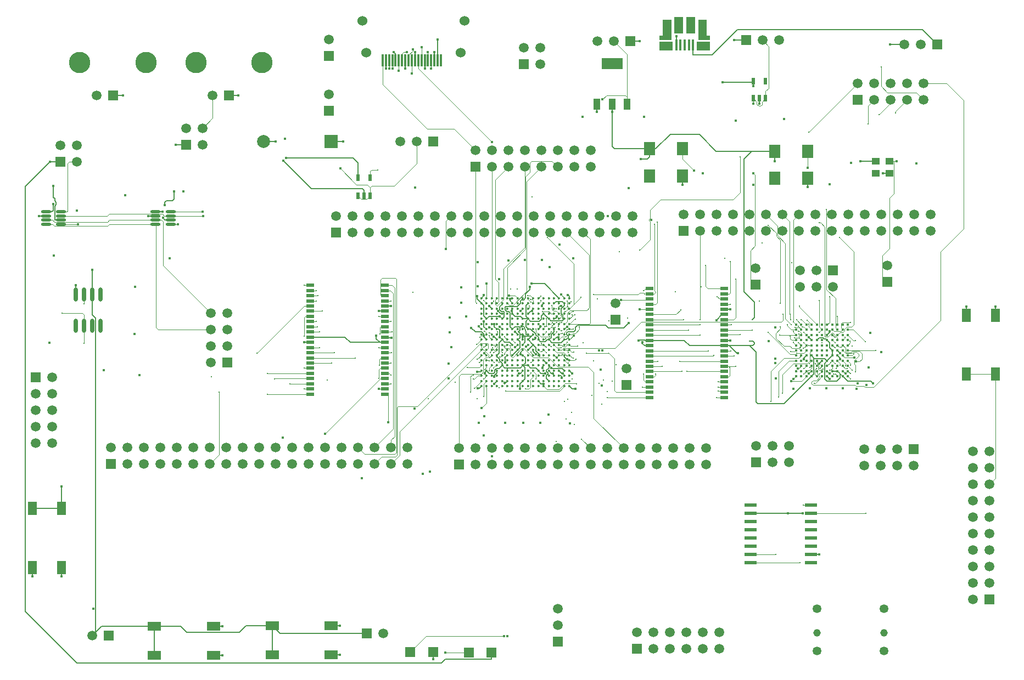
<source format=gtl>
G04 Layer_Physical_Order=1*
G04 Layer_Color=255*
%FSLAX44Y44*%
%MOMM*%
G71*
G01*
G75*
%ADD10R,1.4250X2.5000*%
%ADD11R,0.4000X1.7500*%
%ADD12R,1.5000X1.5000*%
%ADD13R,1.4000X2.1000*%
%ADD14R,0.3000X1.9000*%
%ADD15R,1.2000X0.5500*%
%ADD16R,2.1000X1.4000*%
%ADD17C,0.3600*%
%ADD18R,1.8500X0.6000*%
%ADD19C,0.4500*%
%ADD20O,1.6000X0.4500*%
%ADD21O,0.6000X2.2000*%
%ADD22R,1.8000X2.0000*%
%ADD23R,0.6000X1.0000*%
%ADD24R,3.2500X1.7500*%
%ADD25R,1.0000X1.7500*%
%ADD26R,1.3000X1.1000*%
%ADD27C,0.2032*%
%ADD28C,0.1016*%
%ADD29O,0.7000X1.2000*%
%ADD30R,2.0000X1.4000*%
%ADD31R,1.5000X1.5000*%
%ADD32C,1.5000*%
%ADD33C,1.5240*%
%ADD34C,3.3000*%
%ADD35C,1.1500*%
%ADD36O,1.3400X1.3500*%
%ADD37R,2.0000X2.0000*%
%ADD38C,2.0000*%
%ADD39C,0.4064*%
%ADD40C,0.2540*%
G36*
X998298Y963044D02*
X980048D01*
Y970044D01*
X985298D01*
Y994544D01*
X998298D01*
Y963044D01*
D02*
G37*
G36*
X1052798Y970044D02*
X1058048D01*
Y963044D01*
X1039798D01*
Y994544D01*
X1052798D01*
Y970044D01*
D02*
G37*
D10*
X1009423Y986044D02*
D03*
X1028673D02*
D03*
D11*
X1032048Y955294D02*
D03*
X1025548D02*
D03*
X1019048D02*
D03*
X1012548D02*
D03*
X1006048D02*
D03*
D12*
X686050Y17700D02*
D03*
X721050D02*
D03*
X595950Y17900D02*
D03*
X630950D02*
D03*
X1017270Y668020D02*
D03*
X481350Y666250D02*
D03*
X1247140Y607060D02*
D03*
X934720Y961390D02*
D03*
X1408430Y956310D02*
D03*
X1113790Y962660D02*
D03*
X944880Y22860D02*
D03*
X528320Y46990D02*
D03*
X130810Y43180D02*
D03*
X695960Y767080D02*
D03*
X770890Y925830D02*
D03*
X670560Y307340D02*
D03*
X134450Y308650D02*
D03*
X1129030Y311150D02*
D03*
X1371600Y331470D02*
D03*
X631190Y806450D02*
D03*
X55880Y774700D02*
D03*
X250190Y801370D02*
D03*
X1285748Y870712D02*
D03*
D13*
X12700Y239590D02*
D03*
Y148590D02*
D03*
X57700D02*
D03*
Y239590D02*
D03*
X1452880Y538040D02*
D03*
Y447040D02*
D03*
X1497880D02*
D03*
Y538040D02*
D03*
D14*
X558100Y931610D02*
D03*
X553100D02*
D03*
X563100D02*
D03*
X568100D02*
D03*
X573100D02*
D03*
X578100D02*
D03*
X583100D02*
D03*
X588100D02*
D03*
X593100D02*
D03*
X598100D02*
D03*
X603100D02*
D03*
X608100D02*
D03*
X613100D02*
D03*
X618100D02*
D03*
X623100D02*
D03*
X628100D02*
D03*
X633100D02*
D03*
X638100D02*
D03*
X643100D02*
D03*
D15*
X964850Y579300D02*
D03*
Y571300D02*
D03*
Y563300D02*
D03*
Y555300D02*
D03*
Y547300D02*
D03*
Y539300D02*
D03*
Y531300D02*
D03*
Y523300D02*
D03*
Y515300D02*
D03*
Y507300D02*
D03*
Y499300D02*
D03*
Y491300D02*
D03*
Y483300D02*
D03*
Y475300D02*
D03*
Y467300D02*
D03*
Y459300D02*
D03*
Y451300D02*
D03*
Y443300D02*
D03*
Y435300D02*
D03*
Y427300D02*
D03*
Y419300D02*
D03*
Y411300D02*
D03*
X1079850Y579300D02*
D03*
Y571300D02*
D03*
Y563300D02*
D03*
Y555300D02*
D03*
Y547300D02*
D03*
Y539300D02*
D03*
Y531300D02*
D03*
Y523300D02*
D03*
Y515300D02*
D03*
Y507300D02*
D03*
Y499300D02*
D03*
Y491300D02*
D03*
Y483300D02*
D03*
Y475300D02*
D03*
Y467300D02*
D03*
Y459300D02*
D03*
Y451300D02*
D03*
Y443300D02*
D03*
Y435300D02*
D03*
Y427300D02*
D03*
Y419300D02*
D03*
Y411300D02*
D03*
X441610Y584380D02*
D03*
Y576380D02*
D03*
Y568380D02*
D03*
Y560380D02*
D03*
Y552380D02*
D03*
Y544380D02*
D03*
Y536380D02*
D03*
Y528380D02*
D03*
Y520380D02*
D03*
Y512380D02*
D03*
Y504380D02*
D03*
Y496380D02*
D03*
Y488380D02*
D03*
Y480380D02*
D03*
Y472380D02*
D03*
Y464380D02*
D03*
Y456380D02*
D03*
Y448380D02*
D03*
Y440380D02*
D03*
Y432380D02*
D03*
Y424380D02*
D03*
Y416380D02*
D03*
X556610Y584380D02*
D03*
Y576380D02*
D03*
Y568380D02*
D03*
Y560380D02*
D03*
Y552380D02*
D03*
Y544380D02*
D03*
Y536380D02*
D03*
Y528380D02*
D03*
Y520380D02*
D03*
Y512380D02*
D03*
Y504380D02*
D03*
Y496380D02*
D03*
Y488380D02*
D03*
Y480380D02*
D03*
Y472380D02*
D03*
Y464380D02*
D03*
Y456380D02*
D03*
Y448380D02*
D03*
Y440380D02*
D03*
Y432380D02*
D03*
Y424380D02*
D03*
Y416380D02*
D03*
D16*
X382710Y13970D02*
D03*
X473710D02*
D03*
Y58970D02*
D03*
X382710D02*
D03*
X201100Y12700D02*
D03*
X292100D02*
D03*
Y57700D02*
D03*
X201100D02*
D03*
D17*
X841430Y428570D02*
D03*
X833430D02*
D03*
X825430D02*
D03*
X817430D02*
D03*
X809430D02*
D03*
X801430D02*
D03*
X793430D02*
D03*
X785430D02*
D03*
X777430D02*
D03*
X769430D02*
D03*
X761430D02*
D03*
X753430D02*
D03*
X745430D02*
D03*
X737430D02*
D03*
X729430D02*
D03*
X721430D02*
D03*
X713430D02*
D03*
X705430D02*
D03*
X841430Y436570D02*
D03*
X833430D02*
D03*
X825430D02*
D03*
X817430D02*
D03*
X809430D02*
D03*
X801430D02*
D03*
X793430D02*
D03*
X785430D02*
D03*
X777430D02*
D03*
X769430D02*
D03*
X761430D02*
D03*
X753430D02*
D03*
X745430D02*
D03*
X737430D02*
D03*
X729430D02*
D03*
X721430D02*
D03*
X713430D02*
D03*
X705430D02*
D03*
X841430Y444570D02*
D03*
X833430D02*
D03*
X825430D02*
D03*
X817430D02*
D03*
X809430D02*
D03*
X801430D02*
D03*
X793430D02*
D03*
X785430D02*
D03*
X777430D02*
D03*
X769430D02*
D03*
X761430D02*
D03*
X753430D02*
D03*
X745430D02*
D03*
X737430D02*
D03*
X729430D02*
D03*
X721430D02*
D03*
X713430D02*
D03*
X705430D02*
D03*
X841430Y452570D02*
D03*
X833430D02*
D03*
X825430D02*
D03*
X817430D02*
D03*
X809430D02*
D03*
X801430D02*
D03*
X793430D02*
D03*
X785430D02*
D03*
X777430D02*
D03*
X769430D02*
D03*
X761430D02*
D03*
X753430D02*
D03*
X745430D02*
D03*
X737430D02*
D03*
X729430D02*
D03*
X721430D02*
D03*
X713430D02*
D03*
X705430D02*
D03*
X841430Y460570D02*
D03*
X833430D02*
D03*
X825430D02*
D03*
X817430D02*
D03*
X809430D02*
D03*
X801430D02*
D03*
X793430D02*
D03*
X785430D02*
D03*
X777430D02*
D03*
X769430D02*
D03*
X761430D02*
D03*
X753430D02*
D03*
X745430D02*
D03*
X737430D02*
D03*
X729430D02*
D03*
X721430D02*
D03*
X713430D02*
D03*
X705430D02*
D03*
X841430Y468570D02*
D03*
X833430D02*
D03*
X825430D02*
D03*
X817430D02*
D03*
X809430D02*
D03*
X801430D02*
D03*
X793430D02*
D03*
X785430D02*
D03*
X777430D02*
D03*
X769430D02*
D03*
X761430D02*
D03*
X753430D02*
D03*
X745430D02*
D03*
X737430D02*
D03*
X729430D02*
D03*
X721430D02*
D03*
X713430D02*
D03*
X705430D02*
D03*
X841430Y476570D02*
D03*
X833430D02*
D03*
X825430D02*
D03*
X817430D02*
D03*
X809430D02*
D03*
X801430D02*
D03*
X793430D02*
D03*
X785430D02*
D03*
X777430D02*
D03*
X769430D02*
D03*
X761430D02*
D03*
X753430D02*
D03*
X745430D02*
D03*
X737430D02*
D03*
X729430D02*
D03*
X721430D02*
D03*
X713430D02*
D03*
X705430D02*
D03*
X841430Y484570D02*
D03*
X833430D02*
D03*
X825430D02*
D03*
X817430D02*
D03*
X809430D02*
D03*
X801430D02*
D03*
X793430D02*
D03*
X785430D02*
D03*
X777430D02*
D03*
X769430D02*
D03*
X761430D02*
D03*
X753430D02*
D03*
X745430D02*
D03*
X737430D02*
D03*
X729430D02*
D03*
X721430D02*
D03*
X713430D02*
D03*
X705430D02*
D03*
X841430Y492570D02*
D03*
X833430D02*
D03*
X825430D02*
D03*
X817430D02*
D03*
X809430D02*
D03*
X801430D02*
D03*
X793430D02*
D03*
X785430D02*
D03*
X777430D02*
D03*
X769430D02*
D03*
X761430D02*
D03*
X753430D02*
D03*
X745430D02*
D03*
X737430D02*
D03*
X729430D02*
D03*
X721430D02*
D03*
X713430D02*
D03*
X705430D02*
D03*
X841430Y500570D02*
D03*
X833430D02*
D03*
X825430D02*
D03*
X817430D02*
D03*
X809430D02*
D03*
X801430D02*
D03*
X793430D02*
D03*
X785430D02*
D03*
X777430D02*
D03*
X769430D02*
D03*
X761430D02*
D03*
X753430D02*
D03*
X745430D02*
D03*
X737430D02*
D03*
X729430D02*
D03*
X721430D02*
D03*
X713430D02*
D03*
X705430D02*
D03*
X841430Y508570D02*
D03*
X833430D02*
D03*
X825430D02*
D03*
X817430D02*
D03*
X809430D02*
D03*
X801430D02*
D03*
X793430D02*
D03*
X785430D02*
D03*
X777430D02*
D03*
X769430D02*
D03*
X761430D02*
D03*
X753430D02*
D03*
X745430D02*
D03*
X737430D02*
D03*
X729430D02*
D03*
X721430D02*
D03*
X713430D02*
D03*
X705430D02*
D03*
X841430Y516570D02*
D03*
X833430D02*
D03*
X825430D02*
D03*
X817430D02*
D03*
X809430D02*
D03*
X801430D02*
D03*
X793430D02*
D03*
X785430D02*
D03*
X777430D02*
D03*
X769430D02*
D03*
X761430D02*
D03*
X753430D02*
D03*
X745430D02*
D03*
X737430D02*
D03*
X729430D02*
D03*
X721430D02*
D03*
X713430D02*
D03*
X705430D02*
D03*
X841430Y524570D02*
D03*
X833430D02*
D03*
X825430D02*
D03*
X817430D02*
D03*
X809430D02*
D03*
X801430D02*
D03*
X793430D02*
D03*
X785430D02*
D03*
X777430D02*
D03*
X769430D02*
D03*
X761430D02*
D03*
X753430D02*
D03*
X745430D02*
D03*
X737430D02*
D03*
X729430D02*
D03*
X721430D02*
D03*
X713430D02*
D03*
X705430D02*
D03*
X841430Y532570D02*
D03*
X833430D02*
D03*
X825430D02*
D03*
X817430D02*
D03*
X809430D02*
D03*
X801430D02*
D03*
X793430D02*
D03*
X785430D02*
D03*
X777430D02*
D03*
X769430D02*
D03*
X761430D02*
D03*
X753430D02*
D03*
X745430D02*
D03*
X737430D02*
D03*
X729430D02*
D03*
X721430D02*
D03*
X713430D02*
D03*
X705430D02*
D03*
X841430Y540570D02*
D03*
X833430D02*
D03*
X825430D02*
D03*
X817430D02*
D03*
X809430D02*
D03*
X801430D02*
D03*
X793430D02*
D03*
X785430D02*
D03*
X777430D02*
D03*
X769430D02*
D03*
X761430D02*
D03*
X753430D02*
D03*
X745430D02*
D03*
X737430D02*
D03*
X729430D02*
D03*
X721430D02*
D03*
X713430D02*
D03*
X705430D02*
D03*
X841430Y548570D02*
D03*
X833430D02*
D03*
X825430D02*
D03*
X817430D02*
D03*
X809430D02*
D03*
X801430D02*
D03*
X793430D02*
D03*
X785430D02*
D03*
X777430D02*
D03*
X769430D02*
D03*
X761430D02*
D03*
X753430D02*
D03*
X745430D02*
D03*
X737430D02*
D03*
X729430D02*
D03*
X721430D02*
D03*
X713430D02*
D03*
X705430D02*
D03*
X841430Y556570D02*
D03*
X833430D02*
D03*
X825430D02*
D03*
X817430D02*
D03*
X809430D02*
D03*
X801430D02*
D03*
X793430D02*
D03*
X785430D02*
D03*
X777430D02*
D03*
X769430D02*
D03*
X761430D02*
D03*
X753430D02*
D03*
X745430D02*
D03*
X737430D02*
D03*
X729430D02*
D03*
X721430D02*
D03*
X713430D02*
D03*
X705430D02*
D03*
X841430Y564570D02*
D03*
X833430D02*
D03*
X825430D02*
D03*
X817430D02*
D03*
X809430D02*
D03*
X801430D02*
D03*
X793430D02*
D03*
X785430D02*
D03*
X777430D02*
D03*
X769430D02*
D03*
X761430D02*
D03*
X753430D02*
D03*
X745430D02*
D03*
X737430D02*
D03*
X729430D02*
D03*
X721430D02*
D03*
X713430D02*
D03*
X705430D02*
D03*
D18*
X1213880Y156210D02*
D03*
Y168910D02*
D03*
Y181610D02*
D03*
Y194310D02*
D03*
Y207010D02*
D03*
Y219710D02*
D03*
Y232410D02*
D03*
Y245110D02*
D03*
X1120380Y156210D02*
D03*
Y168910D02*
D03*
Y181610D02*
D03*
Y194310D02*
D03*
Y207010D02*
D03*
Y219710D02*
D03*
Y232410D02*
D03*
Y245110D02*
D03*
D19*
X1190630Y523870D02*
D03*
X1198630D02*
D03*
X1206630D02*
D03*
X1214630D02*
D03*
X1222630D02*
D03*
X1230630D02*
D03*
X1238630D02*
D03*
X1246630D02*
D03*
X1254630D02*
D03*
X1262630D02*
D03*
X1270630D02*
D03*
X1190630Y515870D02*
D03*
X1198630D02*
D03*
X1206630D02*
D03*
X1214630D02*
D03*
X1222630D02*
D03*
X1230630D02*
D03*
X1238630D02*
D03*
X1246630D02*
D03*
X1254630D02*
D03*
X1262630D02*
D03*
X1270630D02*
D03*
X1190630Y507870D02*
D03*
X1198630D02*
D03*
X1206630D02*
D03*
X1214630D02*
D03*
X1222630D02*
D03*
X1230630D02*
D03*
X1238630D02*
D03*
X1246630D02*
D03*
X1254630D02*
D03*
X1262630D02*
D03*
X1270630D02*
D03*
X1190630Y499870D02*
D03*
X1198630D02*
D03*
X1206630D02*
D03*
X1214630D02*
D03*
X1222630D02*
D03*
X1230630D02*
D03*
X1238630D02*
D03*
X1246630D02*
D03*
X1254630D02*
D03*
X1262630D02*
D03*
X1270630D02*
D03*
X1190630Y491870D02*
D03*
X1198630D02*
D03*
X1206630D02*
D03*
X1214630D02*
D03*
X1222630D02*
D03*
X1230630D02*
D03*
X1238630D02*
D03*
X1246630D02*
D03*
X1254630D02*
D03*
X1262630D02*
D03*
X1270630D02*
D03*
X1190630Y483870D02*
D03*
X1198630D02*
D03*
X1206630D02*
D03*
X1214630D02*
D03*
X1222630D02*
D03*
X1230630D02*
D03*
X1238630D02*
D03*
X1246630D02*
D03*
X1254630D02*
D03*
X1262630D02*
D03*
X1270630D02*
D03*
X1190630Y475870D02*
D03*
X1198630D02*
D03*
X1206630D02*
D03*
X1214630D02*
D03*
X1222630D02*
D03*
X1230630D02*
D03*
X1238630D02*
D03*
X1246630D02*
D03*
X1254630D02*
D03*
X1262630D02*
D03*
X1270630D02*
D03*
X1190630Y467870D02*
D03*
X1198630D02*
D03*
X1206630D02*
D03*
X1214630D02*
D03*
X1222630D02*
D03*
X1230630D02*
D03*
X1238630D02*
D03*
X1246630D02*
D03*
X1254630D02*
D03*
X1262630D02*
D03*
X1270630D02*
D03*
X1190630Y459870D02*
D03*
X1198630D02*
D03*
X1206630D02*
D03*
X1214630D02*
D03*
X1222630D02*
D03*
X1230630D02*
D03*
X1238630D02*
D03*
X1246630D02*
D03*
X1254630D02*
D03*
X1262630D02*
D03*
X1270630D02*
D03*
X1190630Y451870D02*
D03*
X1198630D02*
D03*
X1206630D02*
D03*
X1214630D02*
D03*
X1222630D02*
D03*
X1230630D02*
D03*
X1238630D02*
D03*
X1246630D02*
D03*
X1254630D02*
D03*
X1262630D02*
D03*
X1270630D02*
D03*
X1190630Y443870D02*
D03*
X1198630D02*
D03*
X1206630D02*
D03*
X1214630D02*
D03*
X1222630D02*
D03*
X1230630D02*
D03*
X1238630D02*
D03*
X1246630D02*
D03*
X1254630D02*
D03*
X1262630D02*
D03*
X1270630D02*
D03*
D20*
X57220Y678590D02*
D03*
Y685090D02*
D03*
Y691590D02*
D03*
Y698090D02*
D03*
X34220Y678590D02*
D03*
Y685090D02*
D03*
Y691590D02*
D03*
Y698090D02*
D03*
X226130Y678590D02*
D03*
Y685090D02*
D03*
Y691590D02*
D03*
Y698090D02*
D03*
X203130Y678590D02*
D03*
Y685090D02*
D03*
Y691590D02*
D03*
Y698090D02*
D03*
D21*
X80010Y522100D02*
D03*
X92710D02*
D03*
X105410D02*
D03*
X118110D02*
D03*
X80010Y570100D02*
D03*
X92710D02*
D03*
X105410D02*
D03*
X118110D02*
D03*
D22*
X964545Y795151D02*
D03*
X1015345D02*
D03*
Y753151D02*
D03*
X964545D02*
D03*
X1157585Y749341D02*
D03*
X1208385D02*
D03*
Y791341D02*
D03*
X1157585D02*
D03*
D23*
X1124610Y899960D02*
D03*
X1143610D02*
D03*
Y872960D02*
D03*
X1134110D02*
D03*
X1124610D02*
D03*
X515010Y750350D02*
D03*
X534010D02*
D03*
Y722850D02*
D03*
X524510D02*
D03*
X515010D02*
D03*
D24*
X906780Y926600D02*
D03*
D25*
X929780Y864100D02*
D03*
X906780D02*
D03*
X883780D02*
D03*
D26*
X1313795Y756961D02*
D03*
X1334795D02*
D03*
Y775961D02*
D03*
X1313795D02*
D03*
D27*
X1385824Y978916D02*
X1408430Y956310D01*
X1100328Y978916D02*
X1385824D01*
X1032002Y940054D02*
Y955602D01*
X1061466Y940054D02*
X1100328Y978916D01*
X1032002Y940054D02*
X1061466D01*
X1006048Y955294D02*
Y969218D01*
X710062Y479938D02*
X713430Y476570D01*
X796544Y520700D02*
X797560D01*
X793430Y516570D02*
X797560Y520700D01*
X705430Y564570D02*
X709422Y568562D01*
X724154Y505852D02*
X729430Y500576D01*
X724154Y504952D02*
Y505852D01*
X729430Y500570D02*
Y500576D01*
X771144Y520700D02*
X774227Y512992D01*
Y508570D02*
Y512992D01*
Y508570D02*
X777430D01*
X767588Y520700D02*
X771144D01*
X709422Y520578D02*
Y528828D01*
Y520578D02*
X713430Y516570D01*
X741680Y465074D02*
Y472694D01*
X741617Y472757D02*
X741680Y472694D01*
X741617Y472757D02*
X745430Y476570D01*
X799338Y458478D02*
X801430Y460570D01*
X557562Y503428D02*
X566928D01*
X556610Y504380D02*
X557562Y503428D01*
X956754Y500126D02*
X957580Y499300D01*
X948690Y500126D02*
X956754D01*
X947928Y499364D02*
X948690Y500126D01*
X953770Y495872D02*
Y496316D01*
X953008Y495110D02*
X953770Y495872D01*
X953008Y495110D02*
X956818Y491300D01*
X203228Y697992D02*
X213868D01*
X203130Y698090D02*
X203228Y697992D01*
X751332Y544830D02*
X751840D01*
X751332D02*
X753430Y542732D01*
X47752Y714756D02*
Y718566D01*
Y685090D02*
Y706374D01*
Y714756D02*
X49784Y712724D01*
Y708660D02*
Y712724D01*
X47752Y706628D02*
X49784Y708660D01*
X46990Y719328D02*
X47752Y718566D01*
Y685090D02*
X57220D01*
X770636Y561544D02*
X773787Y564695D01*
X760526Y551434D02*
X765606Y556514D01*
X766876Y561544D02*
X770636D01*
X765606Y560274D02*
X766876Y561544D01*
X765606Y556514D02*
Y560274D01*
X749300Y531368D02*
Y542036D01*
X747268Y544068D02*
X749300Y542036D01*
X744982Y544068D02*
X747268D01*
X742442Y546608D02*
X744982Y544068D01*
X742442Y546608D02*
Y551434D01*
X753430Y540570D02*
Y542732D01*
X737802Y532570D02*
X740410Y535178D01*
Y544322D01*
X735838D02*
X740410D01*
X733806Y546354D02*
X735838Y544322D01*
X733806Y546354D02*
Y551434D01*
X737430Y555058D01*
Y556570D01*
X734890Y540570D02*
X737430D01*
X730890Y544570D02*
X734890Y540570D01*
X742442Y551434D02*
X760526D01*
X749554Y520446D02*
Y531114D01*
Y520446D02*
X753430Y516570D01*
X782320Y505460D02*
X785430Y508570D01*
X772540Y505460D02*
X782320D01*
X769430Y508570D02*
X772885Y505115D01*
X764540Y503680D02*
Y508570D01*
X769430D01*
X764540D02*
Y510540D01*
X762254Y512826D02*
X764540Y510540D01*
Y515112D02*
Y520446D01*
X762254Y512826D02*
X764540Y515112D01*
X757306Y520446D02*
X764540D01*
X761430Y500570D02*
X764540Y503680D01*
X768858Y501142D02*
Y504698D01*
X769430Y492570D02*
X772988Y496128D01*
X772885Y505115D02*
X772988Y496128D01*
X761430Y500570D02*
X764540Y497460D01*
Y487680D02*
Y497460D01*
X761430Y484570D02*
X764540Y487680D01*
X785430Y482030D02*
X789430Y478030D01*
X785430Y482030D02*
Y484570D01*
X795144Y474856D02*
Y477396D01*
X789686Y482854D02*
X795144Y477396D01*
X789686Y482854D02*
Y488314D01*
X785430Y492570D02*
X789686Y488314D01*
X780542Y577850D02*
Y581914D01*
X773787Y571095D02*
X780542Y577850D01*
X833430Y473530D02*
X837060Y469900D01*
X837438D01*
X543052Y502030D02*
X548702Y496380D01*
X542798Y506984D02*
X543052Y502030D01*
X765684Y478030D02*
Y480824D01*
X769430Y484570D01*
X1124610Y891540D02*
Y897890D01*
X1077468D02*
X1124610D01*
X777240Y484570D02*
X785240Y492570D01*
X753364Y476570D02*
X761364Y484570D01*
X1067431Y791341D02*
X1121918D01*
X1118870Y491300D02*
X1124014D01*
X1087818D02*
X1118870D01*
X1079850D02*
X1087818D01*
X801400Y540540D02*
X809370Y532570D01*
X1257554Y448822D02*
Y448946D01*
X1254630Y451746D02*
X1257554Y448822D01*
X1238567Y467933D02*
X1246504Y475870D01*
X1238567Y467933D02*
X1238630Y467870D01*
X1120380Y232410D02*
X1178052D01*
X801400Y540540D02*
X801430Y540570D01*
X798322Y537462D02*
X801400Y540540D01*
X733430Y504570D02*
X733552Y504448D01*
X503046Y496380D02*
X548702D01*
X110744Y48514D02*
X119930Y57700D01*
X105410Y43180D02*
X110744Y48514D01*
X741430Y432570D02*
X745430Y436570D01*
X1124610Y897890D02*
Y899960D01*
X777430Y500760D02*
X783082Y506222D01*
X777430Y500570D02*
Y500760D01*
X906780Y852170D02*
Y864100D01*
Y798830D02*
Y852170D01*
Y798830D02*
X910459Y795151D01*
X964545D01*
X1118870Y491300D02*
X1129030Y481140D01*
Y404368D02*
Y481140D01*
Y404368D02*
X1131570Y401828D01*
X1172588D01*
X1214630Y443870D01*
X1246504Y475870D02*
X1246630D01*
X495046Y504380D02*
X503046Y496380D01*
X441610Y504380D02*
X495046D01*
X709168Y506984D02*
X709422Y504578D01*
X548702Y496380D02*
X556610D01*
X798322Y532130D02*
Y537462D01*
X794766Y528574D02*
X798322Y532130D01*
X781426Y528574D02*
X794766D01*
X777430Y532570D02*
X781426Y528574D01*
X809370Y532570D02*
X809430D01*
X793430Y500570D02*
Y504002D01*
X777430Y516570D02*
X780862D01*
X717308Y536448D02*
X733430Y536570D01*
X713430Y532570D02*
X717308Y536448D01*
X394690Y46990D02*
X528320D01*
X382710Y58970D02*
X394690Y46990D01*
X853948Y522986D02*
X859536Y522732D01*
X850392Y519430D02*
X853948Y522986D01*
X713430Y452570D02*
X717430Y448570D01*
X745362Y452570D02*
X745430D01*
X805180Y440820D02*
X809430Y436570D01*
X793430Y452570D02*
X797306Y448694D01*
X57700Y239590D02*
Y273812D01*
X638100Y931610D02*
Y963930D01*
X119930Y57700D02*
X201100D01*
X1262506Y443870D02*
X1262630D01*
X1254630Y451746D02*
Y451870D01*
X777430Y500380D02*
X785240Y492570D01*
X777430Y500380D02*
Y500570D01*
X833240Y532760D02*
X833430Y532570D01*
X831088Y532760D02*
X833240D01*
X829430Y441840D02*
Y443230D01*
X828090Y444570D02*
X829430Y443230D01*
X825430Y444570D02*
X828090D01*
X765556Y536444D02*
X769430Y532570D01*
X757556Y536444D02*
X765556D01*
X753430Y540570D02*
X757556Y536444D01*
X1121918Y791341D02*
X1157585D01*
X1124014Y491300D02*
X1126744Y494030D01*
X964545Y795151D02*
X974475D01*
X996696Y817372D01*
X1041400D01*
X1067431Y791341D01*
X570560Y944412D02*
X573100Y941872D01*
Y931610D02*
Y941872D01*
X821430Y534670D02*
Y536570D01*
X819330Y532570D02*
X821430Y534670D01*
X817430Y532570D02*
X819330D01*
X817430Y476570D02*
X821436Y472564D01*
X809430Y460570D02*
X813308Y456692D01*
X105410Y539242D02*
Y570100D01*
Y539242D02*
X110744Y533908D01*
Y48514D02*
Y533908D01*
X105410Y570100D02*
Y608440D01*
X725424Y432562D02*
Y432564D01*
X729430Y436570D01*
X797430Y432570D02*
X801240D01*
X793430Y436570D02*
X797430Y432570D01*
X1242630Y511870D02*
Y513140D01*
X1238630Y507870D02*
X1242630Y511870D01*
X833430Y516570D02*
X837430Y520570D01*
X737430Y500570D02*
X741174Y496826D01*
X749174D01*
X753430Y492570D01*
X806894Y500570D02*
X809430D01*
X793430Y476570D02*
X795144Y474856D01*
X817430Y512630D02*
Y516570D01*
X813054Y508254D02*
X817430Y512630D01*
X813054Y503682D02*
Y508254D01*
X811530Y502158D02*
X813054Y503682D01*
X811018Y502158D02*
X811530D01*
X809430Y500570D02*
X811018Y502158D01*
X833430Y473530D02*
Y476570D01*
X845430Y424570D02*
X850510D01*
X841430Y428570D02*
X845430Y424570D01*
X1202630Y470600D02*
Y471870D01*
X1206630Y475870D01*
X733430Y536570D02*
X737430Y532570D01*
X1258630Y470600D02*
Y471870D01*
X1254630Y475870D02*
X1258630Y471870D01*
X749430Y560570D02*
Y563110D01*
Y560570D02*
X753430Y556570D01*
X1238250Y436626D02*
X1253490D01*
X1254630Y451870D02*
X1257554Y448946D01*
X753430Y516570D02*
X757306Y520446D01*
X709422Y504578D02*
X713430Y500570D01*
X787400D02*
X789430Y502600D01*
X785430Y500570D02*
X787400D01*
X1157585Y775970D02*
Y791341D01*
X964545Y782427D02*
Y795151D01*
X961390Y779272D02*
X964545Y782427D01*
X951186Y779272D02*
X961390D01*
X1290066Y775961D02*
X1313795D01*
X829430Y448570D02*
X830700D01*
X825430Y452570D02*
X829430Y448570D01*
X741430Y432570D02*
Y433840D01*
X1242568Y487932D02*
X1246630Y483870D01*
X1242568Y487932D02*
Y495932D01*
X1238630Y499870D02*
X1242568Y495932D01*
X789308Y456692D02*
X793430Y452570D01*
X781308Y456692D02*
X789308D01*
X777430Y460570D02*
X781308Y456692D01*
X729430Y473260D02*
Y476570D01*
X737430Y460570D02*
Y463804D01*
X733552Y504448D02*
X737430Y500570D01*
X813430Y448570D02*
X815970D01*
X809430Y452570D02*
X813430Y448570D01*
X762890D02*
X765430D01*
X769430Y452570D01*
X828668Y495808D02*
X833430Y500570D01*
X826770Y552570D02*
X828160D01*
X825430Y551230D02*
X826770Y552570D01*
X825430Y548570D02*
Y551230D01*
X785240Y492570D02*
X785430D01*
X777240Y484570D02*
X777430D01*
X761364D02*
X761430D01*
X753364Y476570D02*
X753430D01*
X1246630Y475870D02*
Y483870D01*
Y451870D02*
X1254630D01*
X769430Y532570D02*
X777430D01*
X201100Y12700D02*
Y57700D01*
X242020D01*
X250952Y48768D01*
X332190D01*
X342392Y58970D01*
X382710D01*
Y13970D02*
Y58970D01*
X1026286Y491300D02*
X1079850D01*
X1018286Y499300D02*
X1026286Y491300D01*
X964850Y499300D02*
X1018286D01*
X769430Y460570D02*
X777430D01*
X12700Y239590D02*
X57700D01*
X44958Y720090D02*
Y737870D01*
Y720090D02*
X45720Y719328D01*
X46990D01*
X231140Y717550D02*
Y729234D01*
X228600Y715010D02*
X231140Y717550D01*
X219964Y715010D02*
X228600D01*
X217424Y712470D02*
X219964Y715010D01*
X217424Y685090D02*
X226130D01*
X515010Y750350D02*
Y773532D01*
X400304Y776732D02*
X443230Y733806D01*
X521970D01*
X524510Y731266D01*
Y722850D02*
Y731266D01*
X721050Y6898D02*
Y17700D01*
X12700Y134788D02*
Y148590D01*
X57700Y134788D02*
Y148590D01*
X292100Y12700D02*
X305902D01*
X292100Y57700D02*
X305902D01*
X473710Y13970D02*
X487512D01*
X473710Y58970D02*
X487512D01*
X80010Y570100D02*
Y584402D01*
X630950Y7098D02*
Y17900D01*
X432308Y496380D02*
X441610D01*
X22918Y691590D02*
X34220D01*
X191828D02*
X203130D01*
X547308Y544380D02*
X556610D01*
Y552380D02*
X565912D01*
X733430Y520570D02*
X737430Y516570D01*
X717430Y552570D02*
X721430Y548570D01*
X757430Y488570D02*
X761430Y492570D01*
X757430Y512570D02*
X761430Y508570D01*
X801430Y468570D02*
X805430Y464570D01*
X841430Y452570D02*
X845430Y448570D01*
X558100Y918808D02*
Y931610D01*
X588100Y918808D02*
Y931610D01*
X603100D02*
Y944412D01*
X618100Y918808D02*
Y931610D01*
X633100D02*
Y944412D01*
X1079850Y499300D02*
X1089152D01*
X1079850Y547300D02*
X1089152D01*
X1213880Y168910D02*
X1226432D01*
X883780Y852048D02*
Y864100D01*
X1015345Y739849D02*
Y753151D01*
X1210630Y447870D02*
X1214630Y451870D01*
X1210630Y503870D02*
X1214630Y499870D01*
X1238630Y443870D02*
X1242630Y439870D01*
X1226630Y463870D02*
X1230630Y467870D01*
X1238630Y451870D02*
X1242630Y447870D01*
X1262630Y451870D02*
X1266630Y447870D01*
X1254630Y483870D02*
X1258630Y479870D01*
X1208385Y736039D02*
Y749341D01*
X1134110Y864658D02*
Y872960D01*
X1324993Y756961D02*
X1334795D01*
X1452880Y538040D02*
Y551842D01*
X1497880Y538040D02*
Y551842D01*
X797306Y448694D02*
X804050D01*
X765300Y424450D02*
Y432440D01*
X769430Y436570D01*
X698754Y563246D02*
X705430Y556570D01*
X698754Y563246D02*
Y567436D01*
X725424Y520576D02*
X729430Y516570D01*
X725424Y520576D02*
Y524764D01*
X777430Y492442D02*
Y492570D01*
X774446Y489458D02*
X777430Y492442D01*
X788856Y503174D02*
X789430Y502600D01*
X777430Y540570D02*
X781690Y544830D01*
X783590D01*
X773787Y564695D02*
Y571095D01*
X798830Y552450D02*
Y553970D01*
X801430Y556570D01*
X710440Y449580D02*
X713430Y452570D01*
X710440Y448564D02*
Y449580D01*
X703710Y450850D02*
X705430Y452570D01*
X699262Y450850D02*
X703710D01*
X702310Y425450D02*
X705430Y428570D01*
X700024Y425450D02*
X702310D01*
X841430Y564570D02*
Y567254D01*
X838962Y569722D02*
X841430Y567254D01*
X957580Y499300D02*
X964850D01*
X956818Y491300D02*
X964850D01*
X925068Y518668D02*
X932180Y525780D01*
X1087818Y491300D02*
X1099312Y479806D01*
X1101090D01*
X1032000Y955600D02*
X1032002Y955602D01*
X1067816Y530352D02*
X1076764Y539300D01*
X1079850D01*
X1126744Y494030D02*
Y495300D01*
X1123696Y498348D02*
X1126744Y495300D01*
X1118870Y498348D02*
X1123696D01*
X1123188Y530860D02*
X1126744Y534416D01*
Y558038D01*
X1178052Y232410D02*
X1201166D01*
X404368Y781304D02*
X507238D01*
X515010Y773532D01*
X369340Y806450D02*
X387858D01*
X316230Y877570D02*
X330200D01*
X330454Y877316D01*
X137160Y877570D02*
X152654D01*
X152908Y877316D01*
X39878Y774700D02*
X55880D01*
X233680Y801370D02*
X250190D01*
X473940Y806450D02*
X491998D01*
X783082Y587248D02*
X802752D01*
X825430Y564570D01*
X689864Y518922D02*
X695960Y512826D01*
X934720Y961390D02*
X949706D01*
X1094740Y962660D02*
X1113790D01*
X1335278Y956310D02*
X1357630D01*
X650026Y6898D02*
X721050D01*
X644144Y1016D02*
X650026Y6898D01*
X81280Y1016D02*
X644144D01*
X1778Y80518D02*
X81280Y1016D01*
X1778Y80518D02*
Y736600D01*
X39878Y774700D01*
X34220Y698090D02*
X42982D01*
X44958Y700066D01*
Y710184D01*
X217424Y685090D02*
Y685292D01*
X214376Y688340D02*
X217424Y685292D01*
Y708406D02*
Y712470D01*
X817430Y500570D02*
X821430Y504570D01*
X823970D01*
X833430Y500570D02*
X836358D01*
X708660Y537340D02*
X713430Y532570D01*
X708660Y537340D02*
Y553340D01*
X705430Y556570D02*
X708660Y553340D01*
X773938Y536062D02*
X777430Y532570D01*
X773938Y536062D02*
Y553078D01*
X777430Y556570D01*
X773938Y520062D02*
X777430Y516570D01*
X773938Y520062D02*
Y529078D01*
X777430Y532570D01*
X784860Y512572D02*
X786384D01*
X789559Y509397D01*
X780862Y516570D02*
X784860Y512572D01*
X789559Y507873D02*
Y509397D01*
Y507873D02*
X793430Y504002D01*
Y500570D02*
X796668Y497332D01*
X803656D01*
X806894Y500570D01*
X809430D02*
X814192Y495808D01*
X828668D01*
X850392Y515112D02*
Y519430D01*
X838962Y512572D02*
X847852D01*
X850392Y515112D01*
X836358Y500570D02*
X839470Y503682D01*
Y505714D01*
X837184Y508000D02*
X839470Y505714D01*
X837184Y508000D02*
Y510794D01*
X838962Y512572D01*
X813308Y456692D02*
X814070Y455930D01*
X830070D01*
X833430Y452570D01*
X805180Y440820D02*
Y444754D01*
X808228Y447802D01*
Y449326D01*
X805688Y451866D02*
X808228Y449326D01*
X805688Y451866D02*
Y453390D01*
X809430Y457132D01*
Y460570D01*
X769430Y436570D02*
X772668Y439808D01*
Y457332D01*
X769430Y460570D02*
X772668Y457332D01*
X769430Y460570D02*
X773176Y464316D01*
Y472824D01*
X769430Y476570D02*
X773176Y472824D01*
X746886Y456692D02*
X765552D01*
X769430Y460570D01*
X737430D02*
X741054Y456946D01*
X745362D01*
X746632D01*
X746886Y456692D01*
X745362Y452570D02*
Y456946D01*
X728472Y455676D02*
X732536D01*
X737430Y460570D01*
X725430Y443490D02*
Y444760D01*
X729430Y448760D01*
Y452570D01*
X717430Y448570D02*
X724160D01*
X725932Y450342D01*
Y453136D01*
X728472Y455676D01*
X736092Y465142D02*
X737430Y463804D01*
X736092Y465142D02*
Y465582D01*
X733552Y468122D02*
X736092Y465582D01*
X733552Y468122D02*
Y469900D01*
X730192Y473260D02*
X733552Y469900D01*
X729430Y473260D02*
X730192D01*
X729430Y476570D02*
X732536Y479676D01*
Y495676D01*
X737430Y500570D01*
X729430Y516570D02*
X732348D01*
X733552Y515366D01*
Y504448D02*
Y515366D01*
X809430Y532570D02*
X812410Y529590D01*
X830450D01*
X833430Y532570D01*
X828802Y540766D02*
X831088Y538480D01*
X828802Y540766D02*
Y548386D01*
X831088Y532760D02*
Y538480D01*
X828802Y548386D02*
X833430Y553014D01*
Y556570D01*
X817430D02*
X820422Y559562D01*
X830438D01*
X833430Y556570D01*
X897128Y522732D02*
X901192Y518668D01*
X925068D01*
X859536Y522732D02*
X897128D01*
X1109980Y574802D02*
X1126744Y558038D01*
X1109980Y574802D02*
Y779403D01*
X1121918Y791341D01*
X709168Y506984D02*
X709422Y509016D01*
X695960Y512826D02*
X705612D01*
X709422Y509016D01*
X1233932Y501904D02*
X1236596D01*
X1238630Y499870D01*
X1222630D02*
X1226188Y503428D01*
X1232408D01*
X1233932Y501904D01*
X1219076Y471424D02*
X1235076D01*
X1238567Y467933D01*
X1234694Y440182D02*
X1238250Y436626D01*
X1234694Y440182D02*
Y463934D01*
X1238630Y467870D01*
X1214630Y443870D02*
X1217930Y447170D01*
Y472570D01*
X1214630Y475870D02*
X1219076Y471424D01*
X1253490Y436626D02*
X1258570Y441706D01*
Y447806D01*
X1262506Y443870D01*
X1257554Y448822D02*
X1258570Y447806D01*
X1262630Y443870D02*
X1270382Y436118D01*
X1306322D01*
X1309370Y433070D01*
D28*
X1006048Y969218D02*
X1006094Y969264D01*
X1163828Y411988D02*
Y451866D01*
X1179832Y467870D01*
X1190630D01*
X709422Y568562D02*
Y569214D01*
X708426Y469118D02*
X711748Y472440D01*
X713740D01*
X716534Y475234D01*
Y477266D01*
X708961Y484839D02*
X716534Y477266D01*
X708426Y484839D02*
X708961D01*
X708426Y450850D02*
Y469118D01*
X799338Y456692D02*
Y458478D01*
X701548Y520452D02*
X705430Y516570D01*
X701548Y520452D02*
Y520700D01*
X47752Y706374D02*
Y706628D01*
X694436Y425576D02*
X705430Y436570D01*
X694436Y425196D02*
Y425576D01*
X841430Y476570D02*
X846322Y471678D01*
X846836D01*
X822960Y522100D02*
X824106Y520954D01*
X812544Y519684D02*
X819150D01*
X955519Y572545D02*
X956818Y571246D01*
X955519Y572545D02*
Y572741D01*
X972058Y575872D02*
Y678942D01*
Y575872D02*
X974090Y573840D01*
X1248664Y447802D02*
X1250562D01*
X1250630Y447870D01*
X836168Y476250D02*
X837438Y474980D01*
X1211834Y457454D02*
X1212214D01*
X1214630Y459870D01*
X1242568Y452945D02*
X1243521D01*
X1246630Y456054D01*
X713430Y468570D02*
X716594D01*
X717296Y467868D01*
X1189228Y519430D02*
X1195582D01*
X1183136Y515870D02*
X1190630D01*
X1177290Y521716D02*
X1183136Y515870D01*
X556610Y512380D02*
X567628D01*
X1070610Y420878D02*
X1078272D01*
X1079850Y419300D01*
X1270630Y443870D02*
X1274572Y439928D01*
X599700Y946400D02*
Y948800D01*
X593100Y939800D02*
X599700Y946400D01*
X1341882Y775961D02*
X1345485D01*
X929780Y875030D02*
Y940930D01*
Y864100D02*
Y875030D01*
X561594Y372872D02*
Y416380D01*
X203200Y519430D02*
Y678590D01*
X1210564Y452628D02*
X1214630Y456694D01*
X848106Y555246D02*
X858700Y565840D01*
X841430Y548570D02*
X848106Y555246D01*
X845430Y536570D02*
Y538988D01*
X841430Y532570D02*
X845430Y536570D01*
X1195582Y518918D02*
Y519430D01*
X1194630Y503870D02*
X1196596Y501904D01*
X1228598Y449834D02*
X1230630D01*
X534010Y750350D02*
Y760681D01*
X605790Y772668D02*
Y806450D01*
X570992Y737870D02*
X605790Y772668D01*
X536550Y737870D02*
X570992D01*
X534010Y735330D02*
X536550Y737870D01*
X534010Y722850D02*
Y735330D01*
X721430Y492570D02*
X725868D01*
X717550Y504450D02*
X721430Y500570D01*
X717550Y504450D02*
Y506970D01*
X785430Y556570D02*
Y561148D01*
X1211580Y480820D02*
X1214630Y483870D01*
X1211580Y467614D02*
Y480820D01*
X1207770Y463804D02*
X1211580Y467614D01*
X1186942Y463804D02*
X1207770D01*
X1169670Y446532D02*
X1186942Y463804D01*
X547438Y536380D02*
X556610D01*
X547370Y536448D02*
X547438Y536380D01*
X556610Y528380D02*
X565852D01*
X565912Y528320D01*
X549910Y520380D02*
X556610D01*
X567116Y480380D02*
X567182Y480314D01*
X556610Y480380D02*
X567116D01*
X556610Y464380D02*
X565912D01*
X441610Y480380D02*
X478470D01*
X441610Y520380D02*
X452120D01*
X441610Y528380D02*
X450850D01*
X556610Y576380D02*
X565150D01*
X569722Y571808D01*
Y362922D02*
Y571808D01*
X540850Y334050D02*
X569722Y362922D01*
X556610Y432380D02*
X565912D01*
X547370Y424380D02*
X556610D01*
X410580Y432380D02*
X441610D01*
Y568380D02*
X453390D01*
X57220Y698090D02*
X66040D01*
X67310Y699360D01*
Y772160D01*
X69850Y774700D01*
X81280D01*
X226130Y678590D02*
X237490D01*
X825430Y524570D02*
Y526980D01*
X1202690Y447930D02*
X1206630Y451870D01*
X1202690Y447802D02*
Y447930D01*
X833430Y548570D02*
X837438Y552578D01*
X1238630Y459870D02*
X1243963Y465203D01*
X807466Y658114D02*
X848106Y617474D01*
Y555246D02*
Y617474D01*
X1257550Y488950D02*
X1260094D01*
X1254630Y491870D02*
X1257550Y488950D01*
X1262630Y491870D02*
X1266698Y487802D01*
Y481584D02*
Y487802D01*
X797302Y504698D02*
X810514D01*
X793430Y508570D02*
X797302Y504698D01*
X801430Y492570D02*
X805304Y488696D01*
X805434D01*
X1254630Y499870D02*
Y502920D01*
X801430Y508570D02*
X805430Y512570D01*
X1202630Y511870D02*
X1206630Y507870D01*
X1144270Y693420D02*
X1161662Y676028D01*
Y661296D02*
Y676028D01*
Y661296D02*
X1174242Y648716D01*
Y532638D02*
Y648716D01*
X1195582Y519430D02*
X1198630Y515870D01*
X1169670Y693420D02*
X1180338Y682752D01*
X911606Y486918D02*
X952246Y527558D01*
X1186688Y527812D02*
X1186942Y685292D01*
X1195070Y693420D01*
X1195832Y513334D02*
X1198630Y510536D01*
X1196596Y501904D02*
X1198630Y499870D01*
X837430Y496570D02*
X837438D01*
X833430Y492570D02*
X837430Y496570D01*
X1194692Y495808D02*
X1198630Y491870D01*
X1194562Y495808D02*
X1194692D01*
X1195202Y488442D02*
X1198630Y491870D01*
X833430Y468570D02*
X837434Y464566D01*
X839470D01*
X1226562Y519938D02*
X1230630Y515870D01*
X1226562Y519938D02*
X1226566Y561086D01*
X717550Y456690D02*
X721430Y460570D01*
X717550Y452628D02*
Y456690D01*
X741430Y477774D02*
Y480570D01*
X745430Y484570D01*
X699840Y444570D02*
X705430D01*
X713430Y458160D02*
Y460570D01*
X717550Y472694D02*
X717554D01*
X721430Y476570D01*
X713430Y484570D02*
X715772Y486912D01*
X606298Y397256D02*
X704088Y495046D01*
X577088Y397256D02*
X606298D01*
X575564Y395732D02*
X577088Y397256D01*
X575564Y322326D02*
Y395732D01*
X572770Y319532D02*
X575564Y322326D01*
X551732Y319532D02*
X572770D01*
X540850Y308650D02*
X551732Y319532D01*
X709422Y560578D02*
X713430Y556570D01*
X748534Y553466D02*
X753618D01*
X745430Y556570D02*
X748534Y553466D01*
X727202Y747522D02*
X746760Y767080D01*
X727202Y593598D02*
Y747522D01*
Y593598D02*
X731774Y589026D01*
Y558914D02*
Y589026D01*
X729430Y556570D02*
X731774Y558914D01*
X568100Y918718D02*
Y931610D01*
X578100Y915670D02*
Y931610D01*
X1246630Y491870D02*
X1250566Y487934D01*
X1246630Y499870D02*
X1250696Y495804D01*
X1246630Y507870D02*
X1250696Y503804D01*
X1230630Y449834D02*
Y451870D01*
X1226566Y447802D02*
X1228598Y449834D01*
X1270630Y483870D02*
X1313942D01*
X92710Y522100D02*
Y538988D01*
X90170Y541528D02*
X92710Y538988D01*
X58818Y541528D02*
X90170D01*
X1246630Y467870D02*
X1250696Y463804D01*
X1254630Y467870D02*
X1258570Y463930D01*
Y461264D02*
Y463930D01*
X1266698Y459994D02*
Y463802D01*
X1262630Y467870D02*
X1266698Y463802D01*
X1270630Y467870D02*
X1274572Y463928D01*
Y461010D02*
Y463928D01*
X1262630Y459870D02*
X1266570Y455930D01*
X1269238D01*
X441610Y544380D02*
X460248D01*
X1213880Y232410D02*
X1297940D01*
X828024Y569976D02*
X833430Y564570D01*
X713430Y402534D02*
Y428570D01*
X705612Y394716D02*
X713430Y402534D01*
X958398Y435300D02*
X964850D01*
X1070610Y435356D02*
X1070666Y435300D01*
X1079850D01*
Y443300D02*
X1086612D01*
X1069268Y567182D02*
X1073150Y563300D01*
X1079850D01*
X964850Y531300D02*
X1017270D01*
X964850Y515300D02*
X1024824D01*
X1024890Y515366D01*
X964850Y483300D02*
X1055308D01*
X964850Y475300D02*
X1062228D01*
X1063498Y476570D01*
X964850Y467300D02*
X977138D01*
X964850Y459300D02*
X984064D01*
X1079850Y523300D02*
X1091184D01*
X1079850Y555300D02*
X1089152D01*
X964850Y539300D02*
X1005332D01*
X949395Y547300D02*
X964850D01*
X812742Y540570D02*
X817430D01*
X1270630Y451870D02*
X1274572Y447928D01*
X1143610Y872960D02*
Y883920D01*
X1148588Y888898D01*
Y953262D01*
X1139190Y962660D02*
X1148588Y953262D01*
X291230Y842410D02*
Y877570D01*
X275590Y826770D02*
X291230Y842410D01*
X608100Y918742D02*
X721408Y805434D01*
X608100Y918742D02*
Y931610D01*
X718952Y511048D02*
X721430Y508570D01*
X717550Y511048D02*
X718952D01*
X709422Y413004D02*
Y432562D01*
X713430Y436570D01*
X809430Y516570D02*
X812544Y519684D01*
X1265552Y472948D02*
X1280160D01*
X1262630Y475870D02*
X1265552Y472948D01*
X226130Y698090D02*
X275590D01*
X550545Y472380D02*
X556610D01*
X909320Y961390D02*
X929780Y940930D01*
X515010Y722850D02*
X520564Y717296D01*
X528456D01*
X534010Y722850D01*
X841430Y556570D02*
X844042Y559182D01*
X1079850Y483300D02*
X1089914D01*
X953770Y427300D02*
X964850D01*
X651002Y640588D02*
Y683502D01*
X659150Y691650D01*
X1194690Y455930D02*
X1198630Y459870D01*
X1193546Y455930D02*
X1194690D01*
X1195582Y518918D02*
X1198630Y515870D01*
X832866Y480568D02*
X836168Y477266D01*
X821432Y480568D02*
X832866D01*
X817430Y484570D02*
X821432Y480568D01*
X441610Y512380D02*
X455676D01*
X434018Y536380D02*
X441610D01*
X432308Y534670D02*
X434018Y536380D01*
X432308Y505756D02*
Y534670D01*
X441610Y488380D02*
X455676D01*
X718824Y519176D02*
X721430Y516570D01*
X717550Y519176D02*
X718824D01*
X1246630Y456054D02*
Y459870D01*
X964850Y451300D02*
X1014984D01*
X1202630Y519870D02*
X1206630Y515870D01*
X1200318Y519870D02*
X1202630D01*
X727270Y460570D02*
X729430D01*
X809430Y508570D02*
X813430Y512570D01*
X796160Y567300D02*
X797306D01*
X793430Y564570D02*
X796160Y567300D01*
X1214630Y456694D02*
Y459870D01*
X1254630Y507870D02*
X1258316Y511556D01*
X1262634D01*
X1265428Y514350D01*
Y516890D01*
X1268476Y519938D01*
X1276350D01*
X1279652Y523240D01*
Y636016D01*
X1257554Y658114D02*
X1279652Y636016D01*
X441610Y464380D02*
X474404D01*
X1259840Y518660D02*
X1262630Y515870D01*
X441610Y472380D02*
X511302D01*
X899160Y411300D02*
X964850D01*
X1277366Y479527D02*
X1278789Y480950D01*
X1266973Y479527D02*
X1277366D01*
X1262630Y483870D02*
X1266973Y479527D01*
X841430Y468570D02*
X847090Y468630D01*
X556610Y560380D02*
X565856D01*
X801430Y484570D02*
X805941Y480059D01*
X92710Y555752D02*
Y570100D01*
X748030Y568452D02*
X757548D01*
X761430Y564570D01*
X1270630Y459870D02*
X1277110Y453390D01*
X556610Y448380D02*
X563302D01*
X565912Y445770D01*
X1186688Y439928D02*
X1190630Y443870D01*
X1151890Y405130D02*
Y451866D01*
X1171956Y471932D01*
X1194692D01*
X1198630Y475870D01*
X753430Y500190D02*
Y500570D01*
X1068070Y411300D02*
X1079850D01*
X1022408Y451300D02*
X1079850D01*
X1022350Y451358D02*
X1022408Y451300D01*
X1015345Y779711D02*
Y795151D01*
Y779711D02*
X1033526Y761530D01*
X1278766Y515870D02*
X1297304Y497332D01*
X1270630Y515870D02*
X1278766D01*
X1202566Y479806D02*
X1206630Y483870D01*
X1192022Y479806D02*
X1202566D01*
X825430Y508570D02*
X826892Y510032D01*
X214630Y614680D02*
X288290Y541020D01*
X214630Y614680D02*
Y682550D01*
X212090Y685090D02*
X214630Y682550D01*
X203130Y685090D02*
X212090D01*
X628100Y918760D02*
X628142Y918718D01*
X628100Y918760D02*
Y931610D01*
X623100D02*
Y944372D01*
X613100Y931610D02*
Y951936D01*
X613156Y951992D01*
X1079850Y531300D02*
X1094672D01*
X1098042Y534670D01*
Y593598D01*
X817430Y508570D02*
X821430Y512570D01*
X547432Y488380D02*
X556610D01*
X547370Y488442D02*
X547432Y488380D01*
X1201420Y245110D02*
X1213880D01*
X1120380Y168910D02*
X1159256D01*
X1120380Y156210D02*
X1196340D01*
X92710Y494792D02*
Y522100D01*
X563100Y918718D02*
Y931610D01*
X553100Y894080D02*
Y931610D01*
Y894080D02*
X621680Y825500D01*
X662940D01*
X695960Y792480D01*
X593100Y931610D02*
Y939800D01*
X583100Y931610D02*
Y941705D01*
X598100Y911352D02*
Y931610D01*
X1202692Y495808D02*
X1206630Y491870D01*
X1202690Y495808D02*
X1202692D01*
X57220Y678590D02*
X83156D01*
X701934Y465074D02*
X705430Y468570D01*
X713430Y564570D02*
Y586994D01*
X695960Y558546D02*
Y767080D01*
X702818Y503926D02*
X705430Y506538D01*
Y508570D01*
X797306Y560446D02*
Y560578D01*
X793430Y556570D02*
X797306Y560446D01*
X1124566Y757159D02*
X1127252Y754473D01*
Y645414D02*
Y754473D01*
X1120140Y638302D02*
X1127252Y645414D01*
X1120140Y593746D02*
Y638302D01*
Y593746D02*
X1128375Y585511D01*
X556610Y416380D02*
X561594D01*
X547370Y453840D02*
X549910Y456380D01*
X556610D01*
X226130Y691590D02*
X276352D01*
X432366Y456380D02*
X441610D01*
X432308Y456438D02*
X432366Y456380D01*
X1202690Y455930D02*
X1206630Y459870D01*
X487680Y764540D02*
X512572Y739648D01*
X529692D01*
X534010Y735330D01*
X842010Y545846D02*
X868172D01*
X837690Y541526D02*
X842010Y545846D01*
X837690Y528830D02*
Y541526D01*
X833430Y524570D02*
X837690Y528830D01*
X1259840Y513080D02*
X1262630Y515870D01*
X1249420Y513080D02*
X1259840D01*
X1246630Y515870D02*
X1249420Y513080D01*
X913130Y419300D02*
X964850D01*
X910336Y422094D02*
X913130Y419300D01*
X910336Y422094D02*
Y471170D01*
X1186688Y527812D02*
X1190630Y523870D01*
X1254630D02*
Y536506D01*
X829310Y476570D02*
X830408Y477668D01*
X825430Y476570D02*
X829310D01*
X1202186Y487426D02*
X1206630Y491870D01*
X1202182Y487426D02*
X1202186D01*
X833430Y484570D02*
X838200D01*
X1159380Y502796D02*
Y510410D01*
Y502796D02*
X1171956Y490220D01*
X1181100D01*
X1183894Y487426D01*
X1194215D01*
X1195324Y486317D01*
X1196182D01*
X1198630Y483870D01*
X1251712Y518788D02*
X1254630Y515870D01*
X1251712Y518788D02*
Y563880D01*
X1237742Y577850D02*
X1251712Y563880D01*
X1237742Y577850D02*
Y701802D01*
X620468Y42418D02*
X740030D01*
X595950Y17900D02*
X620468Y42418D01*
X878078Y379222D02*
X924560Y332740D01*
X878078Y379222D02*
Y449834D01*
X869696Y458216D02*
X878078Y449834D01*
X771144Y486918D02*
X785114Y472948D01*
X749808Y476250D02*
X752856Y473202D01*
X749808Y476250D02*
Y484846D01*
X747776Y486878D02*
X749808Y484846D01*
X744180Y486878D02*
X747776D01*
X743966Y486664D02*
X744180Y486878D01*
X742950Y486664D02*
X743966D01*
X739394Y490220D02*
X742950Y486664D01*
X739394Y490220D02*
Y490606D01*
X737430Y492570D02*
X739394Y490606D01*
X550545Y568380D02*
X556610D01*
X549910Y569015D02*
X550545Y568380D01*
X549910Y569015D02*
Y592836D01*
X552450Y595376D01*
X572770D01*
X574294Y593852D01*
Y326390D02*
Y593852D01*
X571754Y323850D02*
X574294Y326390D01*
X525650Y323850D02*
X571754D01*
X515450Y334050D02*
X525650Y323850D01*
X1070792Y427300D02*
X1079850D01*
X733552Y473964D02*
X734824D01*
X737430Y476570D01*
X1198630Y507870D02*
Y510536D01*
X725424Y483991D02*
X729430Y487998D01*
Y492570D01*
X1050798Y582930D02*
Y614680D01*
Y582930D02*
X1054428Y579300D01*
X1079850D01*
X964850Y555300D02*
X974090D01*
X772160Y642620D02*
Y767080D01*
X739902Y610362D02*
X772160Y642620D01*
X726948Y554990D02*
X729488Y552450D01*
X726948Y554990D02*
Y562088D01*
X729430Y564570D01*
X745430D02*
Y612102D01*
X773684Y640356D01*
Y752348D01*
X780288Y758952D01*
Y773430D01*
X783082Y776224D01*
X813816D01*
X822960Y767080D01*
X579628Y358768D02*
X705430Y484570D01*
X579628Y322028D02*
Y358768D01*
X566250Y308650D02*
X579628Y322028D01*
X727460Y482600D02*
X729430Y484570D01*
X726694Y482600D02*
X727460D01*
X724662Y480568D02*
X726694Y482600D01*
X1250630Y447870D02*
X1254630Y443870D01*
X1207770Y530730D02*
X1214630Y523870D01*
X1210564Y519936D02*
X1214630Y515870D01*
X974090Y445840D02*
Y447294D01*
X971550Y443300D02*
X974090Y445840D01*
X964850Y443300D02*
X971550D01*
X387040Y440380D02*
X441610D01*
X386842Y440182D02*
X387040Y440380D01*
X375780Y448380D02*
X441610D01*
X432308Y424380D02*
X441610D01*
X375158Y416380D02*
X441610D01*
X670560Y332740D02*
Y444246D01*
X705430Y487834D02*
X708426Y484839D01*
X705430Y487834D02*
Y492570D01*
X464650Y355120D02*
X549910Y440380D01*
X556610D01*
Y584380D02*
X567690D01*
X566250Y334050D02*
Y346032D01*
X964850Y571300D02*
X971550D01*
X974090Y573840D01*
X441610Y560380D02*
X450540D01*
X450850Y560070D01*
X1124610Y864980D02*
Y872960D01*
X432308Y552380D02*
X441610D01*
X359410Y479482D02*
X432308Y552380D01*
X1208385Y765961D02*
Y791341D01*
X958522Y579300D02*
X964850D01*
X955548Y576326D02*
X958522Y579300D01*
X450796Y576380D02*
X450850Y576326D01*
X441610Y576380D02*
X450796D01*
X432308Y584454D02*
X432382Y584380D01*
X441610D01*
X649860Y17700D02*
X686050D01*
X841430Y524570D02*
X871792D01*
X873252Y526030D01*
Y655348D01*
X862350Y666250D02*
X873252Y655348D01*
X927240Y877570D02*
X929780Y875030D01*
X898542Y877570D02*
X927240D01*
X892302Y871330D02*
X898542Y877570D01*
X1079850Y459300D02*
X1097788D01*
X1497880Y286300D02*
Y447040D01*
X1488440Y276860D02*
X1497880Y286300D01*
X1194630Y503870D02*
Y509270D01*
X207010Y515620D02*
X288290D01*
X203200Y519430D02*
X207010Y515620D01*
X203130Y678590D02*
X203200D01*
X1079850Y571300D02*
X1087682D01*
X1089152Y572770D01*
Y620776D01*
X1323340Y597556D02*
X1331575Y589321D01*
X1323340Y597556D02*
Y629920D01*
X1334770Y641350D01*
Y719074D01*
X1341882Y726186D01*
Y775961D01*
X1334795D02*
X1341882D01*
X721360Y665804D02*
Y767080D01*
Y665804D02*
X721430Y665734D01*
Y564570D02*
Y665734D01*
X1452880Y447040D02*
X1497880D01*
X216206Y691590D02*
X226130D01*
X213360Y694436D02*
X216206Y691590D01*
X131370Y694436D02*
X213360D01*
X128524Y691590D02*
X131370Y694436D01*
X57220Y691590D02*
X128524D01*
X131728Y678590D02*
X203130D01*
X128778Y675640D02*
X131728Y678590D01*
X47146Y675640D02*
X128778D01*
X44196Y678590D02*
X47146Y675640D01*
X34220Y678590D02*
X44196D01*
X131624Y685090D02*
X203130D01*
X128778Y682244D02*
X131624Y685090D01*
X47042Y682244D02*
X128778D01*
X44196Y685090D02*
X47042Y682244D01*
X34220Y685090D02*
X44196D01*
X753802Y473202D02*
X767518Y486918D01*
X771144D01*
X752856Y473202D02*
X753802D01*
X744750Y493250D02*
X745430Y492570D01*
X781600Y448740D02*
Y448750D01*
X777430Y444570D02*
X781600Y448740D01*
X825992Y421132D02*
X833430Y428570D01*
X742708Y421132D02*
X825992D01*
X729430Y468570D02*
X733100Y464900D01*
X708860Y440000D02*
X713430Y444570D01*
Y508570D02*
Y511070D01*
X704088Y495046D02*
X714704D01*
X715772Y493978D01*
Y486912D02*
Y493978D01*
X709200Y488600D02*
X709460D01*
X713430Y492570D01*
X765950Y545090D02*
X769430Y548570D01*
X777430D02*
X780450Y551590D01*
X825430Y532570D02*
X828400Y535540D01*
Y537600D01*
X825430Y526980D02*
X825550Y527100D01*
X829006D01*
X808912Y544400D02*
X812742Y540570D01*
X809430Y516942D02*
X814712Y522224D01*
X721430Y556570D02*
Y557346D01*
X724408Y560324D01*
X695960Y558546D02*
X697992Y556514D01*
X729488Y552450D02*
X739902Y562864D01*
Y610362D01*
X741426Y504574D02*
Y505206D01*
Y504574D02*
X745430Y500570D01*
X753430Y500190D02*
X757682Y495938D01*
X781600Y558292D02*
Y559592D01*
X781304Y562864D02*
X783714D01*
X785430Y561148D01*
X777430Y562462D02*
Y564570D01*
Y562462D02*
X781600Y558292D01*
X776478Y568706D02*
X781294D01*
X785430Y564570D01*
X779590Y552450D02*
X780450Y551590D01*
X808834Y544322D02*
X808912Y544400D01*
X799846Y544322D02*
X808834D01*
X844042Y559182D02*
Y559562D01*
X801430Y516570D02*
X801465Y518823D01*
X805374Y522611D01*
X801430Y516570D02*
Y518667D01*
X805374Y522611D01*
X803402Y520700D02*
X806196D01*
X805430Y521466D02*
X806196Y520700D01*
X805430Y521466D02*
Y532892D01*
X826892Y510032D02*
X830072D01*
X835152Y489712D02*
X837946Y492506D01*
X836168Y476250D02*
Y477266D01*
X847090Y468630D02*
X848988D01*
X851020Y470662D01*
X901446Y480060D02*
X910336Y471170D01*
X841430Y492570D02*
X843018Y490982D01*
X854202D01*
X838200Y482092D02*
Y484570D01*
Y482092D02*
X839470Y480822D01*
X841430Y484570D02*
X844416Y481584D01*
X848106D01*
X900938Y479552D02*
X901446Y480060D01*
X867410Y479552D02*
X900938D01*
X785114Y472948D02*
X808990D01*
X823722Y458216D01*
X869696D01*
X795908Y482092D02*
X799084D01*
X793430Y484570D02*
X795908Y482092D01*
X1124610Y872960D02*
X1130160Y867410D01*
X1138060D02*
X1143610Y872960D01*
X697910Y493050D02*
X705430Y500570D01*
X697910Y493050D02*
X697946Y493014D01*
X698246D01*
X719328Y482468D02*
X721430Y484570D01*
X719328Y480568D02*
Y482468D01*
X722376Y487039D02*
X725424Y483991D01*
X722376Y487039D02*
Y487680D01*
X727202Y489966D02*
Y491236D01*
X725868Y492570D02*
X727202Y491236D01*
X735650Y482790D02*
X737430Y484570D01*
X735650Y482790D02*
X737872Y480568D01*
X738124D01*
X699008Y470148D02*
X705430Y476570D01*
X702314Y457454D02*
X705430Y460570D01*
X683514Y457454D02*
X702314D01*
X724154D02*
X727270Y460570D01*
X724154Y456692D02*
Y457454D01*
X721430Y468570D02*
X721928D01*
X724916Y465582D01*
X710438Y455168D02*
X713430Y458160D01*
X710438Y454533D02*
Y455168D01*
X694690Y439420D02*
X699840Y444570D01*
X692912Y439420D02*
X694690D01*
X690880Y445770D02*
X693166D01*
X670560Y444246D02*
X674116Y447802D01*
X705378D01*
X708426Y450850D01*
X688086Y442976D02*
X690880Y445770D01*
X688086Y442976D02*
X688340Y442722D01*
Y419862D02*
Y442722D01*
X793430Y492570D02*
X797622D01*
X798068Y493016D01*
Y494538D01*
X841430Y524570D02*
X848736Y531876D01*
X850392D01*
X845430Y536570D02*
X847594Y538734D01*
X849630D01*
X841430Y540570D02*
X844420Y543560D01*
X847344D01*
X833430Y540570D02*
Y543610D01*
X833634Y543814D01*
X834136D01*
Y544316D01*
X834892Y543560D01*
X868172Y545846D02*
X871982Y549656D01*
Y631218D01*
X836950Y666250D02*
X871982Y631218D01*
X949197Y572741D02*
X955519D01*
X837438Y552578D02*
Y560324D01*
X878078Y570230D02*
X946686D01*
X949197Y572741D01*
X841430Y516570D02*
X847090D01*
X974090Y555300D02*
X976630Y557840D01*
Y681990D01*
X753618Y553466D02*
X775208Y575056D01*
Y744728D01*
X797560Y767080D01*
X955294Y438404D02*
Y447802D01*
Y438404D02*
X958398Y435300D01*
X1011174Y467106D02*
X1011368Y467300D01*
X1079850D01*
X1086612Y443300D02*
X1088390Y445078D01*
Y457200D01*
X1079850Y475300D02*
X1080170Y474980D01*
X1094994D01*
X1079850Y515300D02*
X1080038Y515112D01*
X1123442D01*
X1190506Y507746D02*
X1190630Y507870D01*
X1165352Y507746D02*
X1190506D01*
X1160018Y660774D02*
Y664972D01*
X1147826Y677164D02*
X1160018Y664972D01*
X1159380Y510410D02*
X1166368Y517398D01*
Y520192D01*
Y556260D02*
Y654424D01*
X1160018Y660774D02*
X1166368Y654424D01*
X1174242Y532638D02*
X1182878Y524002D01*
Y523494D02*
Y524002D01*
X952246Y527558D02*
X1167892D01*
X1180338Y541528D02*
Y682752D01*
Y541528D02*
X1181862Y540004D01*
X1167892Y527558D02*
X1170432Y530098D01*
Y540004D01*
X1186688Y511812D02*
X1190630Y507870D01*
X1186688Y511812D02*
Y513842D01*
X1147699Y511810D02*
X1181227Y478282D01*
X1188218D01*
X1190630Y475870D01*
X1188598Y481838D02*
X1190630Y483870D01*
X1182116Y481838D02*
X1188598D01*
X1195202Y488442D02*
X1195456Y488188D01*
X1197356D01*
X1181608Y501904D02*
Y505460D01*
Y501904D02*
X1183642Y499870D01*
X1190630D01*
X1188212Y503428D02*
X1195072D01*
X1196596Y501904D01*
X1186688Y495812D02*
X1190630Y491870D01*
X1186688Y495812D02*
Y496658D01*
X1194054Y513334D02*
X1195832D01*
X1177290Y521716D02*
Y524002D01*
X1195582Y519430D02*
Y519684D01*
X1193804Y521462D02*
X1195582Y519684D01*
X1199132Y531368D02*
X1206630Y523870D01*
X1198372Y531368D02*
X1199132D01*
X1198630Y523870D02*
Y523998D01*
X1191768Y530860D02*
X1198630Y523998D01*
X1210564Y519936D02*
Y524510D01*
X1196086Y550414D02*
X1222630Y523870D01*
X1196086Y550414D02*
Y552196D01*
X1242060Y527300D02*
Y567182D01*
X1238630Y523870D02*
X1242060Y527300D01*
X1259840Y518660D02*
Y525272D01*
X1261618Y527050D01*
X1261872Y526796D01*
X1274318D01*
X1270630Y507870D02*
X1279136Y499364D01*
X1281938D01*
X1270630Y491870D02*
X1274064Y495304D01*
Y497840D01*
X1266190Y503430D02*
Y504444D01*
X1262630Y499870D02*
X1266190Y503430D01*
X1214504Y491744D02*
X1214630Y491870D01*
X1210628Y491744D02*
X1214504D01*
X1234948Y504698D02*
Y674370D01*
Y504698D02*
X1239520D01*
X1245616Y510794D01*
X1247902D01*
X1249934Y507616D02*
X1254630Y502920D01*
X1249934Y507616D02*
Y508762D01*
X1247902Y510794D02*
X1249934Y508762D01*
X1270630Y475870D02*
X1277366D01*
X1279906Y478410D01*
X1266698Y481584D02*
X1267460Y480822D01*
X1275080D01*
X1276858Y482600D01*
X1288034D01*
X1292098Y478536D01*
Y470408D02*
Y478536D01*
X1288288Y466598D02*
X1292098Y470408D01*
X1283462Y466598D02*
X1288288D01*
X1284096Y480950D02*
X1287018Y478028D01*
Y475488D02*
Y478028D01*
X1280414Y468884D02*
X1287018Y475488D01*
X1280414Y463042D02*
Y468884D01*
Y463042D02*
X1282446Y461010D01*
Y450848D02*
Y461010D01*
X1278789Y480950D02*
X1284096D01*
X1252728Y457968D02*
X1254630Y459870D01*
X1252728Y455676D02*
Y457968D01*
X1220084Y433324D02*
X1230630Y443870D01*
X1218692Y433324D02*
X1220084D01*
X1219708Y446792D02*
X1222630Y443870D01*
X1181862Y531368D02*
Y540004D01*
Y531368D02*
X1182370Y530860D01*
X1138060Y862978D02*
Y867410D01*
X1136142Y861060D02*
X1138060Y862978D01*
X1132840Y861060D02*
X1136142D01*
X1130160Y863740D02*
X1132840Y861060D01*
X1130160Y863740D02*
Y867410D01*
X566250Y346032D02*
X571500Y351282D01*
Y580570D01*
X567690Y584380D02*
X571500Y580570D01*
X847590Y506730D02*
X847598D01*
X841430Y500570D02*
X847590Y506730D01*
X962890Y561340D02*
X964850Y563300D01*
X920496Y561340D02*
X962890D01*
X1169670Y417830D02*
Y446532D01*
X1183386Y436372D02*
X1199132D01*
X1206630Y443870D01*
X1079850Y507300D02*
X1081058Y508508D01*
X1104392D01*
X964850Y507300D02*
X966312Y508762D01*
X1005332Y539300D02*
X1012698Y546666D01*
Y546862D01*
X966312Y508762D02*
X967836Y507238D01*
X1042670D01*
X1228598Y680720D02*
X1234948Y674370D01*
X1226566Y680720D02*
X1228598D01*
X859536Y346964D02*
X873760Y332740D01*
X964850Y523300D02*
X1042864D01*
X1042924Y523240D01*
X1042670Y531368D02*
Y668020D01*
Y531368D02*
X1042924Y531114D01*
X548640Y519110D02*
X549910Y520380D01*
X548640Y509524D02*
Y519110D01*
X300990Y322790D02*
Y419354D01*
X286850Y308650D02*
X300990Y322790D01*
X547370Y440690D02*
Y453840D01*
X548132Y460756D02*
Y469967D01*
X550545Y472380D01*
X536091Y762762D02*
X545846D01*
X534010Y760681D02*
X536091Y762762D01*
X585767Y944372D02*
X590550D01*
X583100Y941705D02*
X585767Y944372D01*
X742482Y490982D02*
X744750Y493250D01*
X741426Y490982D02*
X742482D01*
X749700Y488300D02*
X753430Y484570D01*
X749700Y488300D02*
X749808Y488408D01*
Y491744D01*
X1226562Y511802D02*
X1230630Y515870D01*
X838962Y547630D02*
Y551180D01*
X834892Y543560D02*
X838962Y547630D01*
X822960Y522100D02*
X825430Y524570D01*
Y516570D02*
X827396Y514604D01*
X829056D01*
X809430Y492570D02*
X812288Y489712D01*
X813308D01*
X825430Y484570D02*
X829502D01*
X831850Y486918D01*
X911606D01*
X825430Y492570D02*
X828862D01*
X831720Y489712D01*
X835152D01*
X821558Y488442D02*
X828040D01*
X817430Y492570D02*
X821558Y488442D01*
X813816Y548132D02*
Y552958D01*
Y548132D02*
X816864Y545084D01*
X820916D01*
X825430Y540570D01*
X829558Y504698D02*
X836422D01*
X825430Y500570D02*
X829558Y504698D01*
X789686Y512314D02*
X793430Y508570D01*
X789686Y512314D02*
Y517144D01*
X801430Y500570D02*
X802576D01*
X804672Y502666D01*
X833430Y508570D02*
Y511358D01*
X837946Y515874D01*
X841430Y508570D02*
X844866D01*
X846582Y510286D02*
X850138D01*
X856742Y516890D01*
Y520446D01*
X844866Y508570D02*
X846582Y510286D01*
X730504Y509644D02*
Y512318D01*
X729430Y508570D02*
X730504Y509644D01*
X809430Y524570D02*
X812352D01*
X814578Y526796D01*
X817430Y524570D02*
X819910Y527050D01*
X821690D01*
X709930Y513334D02*
X711166D01*
X713430Y511070D01*
X1219708Y446792D02*
Y454152D01*
X1221740Y456184D01*
X1222630Y448436D02*
Y451870D01*
Y448436D02*
X1226566Y444500D01*
Y442468D02*
Y444500D01*
X1221740Y437642D02*
X1226566Y442468D01*
X1216914Y437642D02*
X1221740D01*
X1214882Y435610D02*
X1216914Y437642D01*
X1214882Y432308D02*
Y435610D01*
Y432308D02*
X1216660Y430530D01*
X1281684D01*
X1283208Y429006D01*
X1294892D01*
X1297178Y426720D01*
X1309878D01*
X1413764Y530606D01*
Y636524D01*
X1448816Y671576D01*
Y870204D01*
X1422908Y896112D02*
X1448816Y870204D01*
X1387348Y896112D02*
X1422908D01*
X1226820Y456060D02*
X1226950Y455930D01*
X1226820Y456060D02*
X1230630Y459870D01*
X1220216Y462284D02*
X1222630Y459870D01*
X1220216Y463550D02*
X1220470D01*
X1220216Y462284D02*
Y463550D01*
X1222630Y463930D02*
Y467870D01*
Y463930D02*
X1225804Y460756D01*
Y458216D02*
Y460756D01*
X1224280Y456692D02*
X1225804Y458216D01*
X1224280Y455168D02*
Y456692D01*
Y455168D02*
X1226312Y453136D01*
X1230122Y455422D02*
X1232154D01*
X1226312Y453136D02*
X1227836D01*
X1230122Y455422D01*
X1210310Y820674D02*
X1285748Y896112D01*
X1210818Y464058D02*
X1214630Y467870D01*
X1210818Y463550D02*
Y464058D01*
X801430Y428570D02*
X806328Y423672D01*
X825246D01*
X834390Y432816D01*
X852170D01*
X852424Y432562D01*
X781812Y480188D02*
X785430Y476570D01*
X781812Y480188D02*
Y481076D01*
X1301496Y833120D02*
Y861060D01*
X1311148Y870712D01*
X781812Y464952D02*
X785430Y468570D01*
X949706Y638556D02*
X965708Y654558D01*
Y700278D02*
X981710Y716280D01*
X1093470D01*
X1104646Y727456D01*
X1104392Y782574D02*
X1104646Y782828D01*
Y727456D02*
Y782828D01*
X1318514Y847598D02*
X1336548Y865632D01*
Y870712D01*
X785430Y451804D02*
Y452570D01*
Y451804D02*
X789686Y447548D01*
Y440182D02*
Y447548D01*
X1344168Y850646D02*
Y852932D01*
X1361948Y870712D01*
X785430Y442784D02*
Y444570D01*
X781304Y438658D02*
X785430Y442784D01*
X781304Y427228D02*
Y438658D01*
X778256Y424180D02*
X781304Y427228D01*
X773430Y424180D02*
X778256D01*
X1322070Y891794D02*
Y921258D01*
Y891794D02*
X1331722Y882142D01*
X1375918D01*
X1387348Y870712D01*
X963930Y686054D02*
X965708Y687832D01*
X963930Y684530D02*
Y686054D01*
Y684530D02*
X965708Y682752D01*
Y654558D02*
Y682752D01*
Y687832D02*
Y700278D01*
D29*
X991798Y983844D02*
D03*
X1046298Y983844D02*
D03*
D30*
X1048048Y953544D02*
D03*
X990048Y953544D02*
D03*
D31*
X928985Y430571D02*
D03*
X18100Y442100D02*
D03*
X1488440Y99060D02*
D03*
X137160Y877570D02*
D03*
X316230D02*
D03*
X469900Y853440D02*
D03*
Y938530D02*
D03*
X313690Y464820D02*
D03*
X1128375Y585511D02*
D03*
X1331575Y589321D02*
D03*
X911860Y530860D02*
D03*
X822960Y34290D02*
D03*
D32*
X928985Y455971D02*
D03*
X43500Y340500D02*
D03*
X18100D02*
D03*
X43500Y365900D02*
D03*
X18100D02*
D03*
X43500Y391300D02*
D03*
X18100D02*
D03*
X43500Y416700D02*
D03*
X18100D02*
D03*
X43500Y442100D02*
D03*
X1463040Y99060D02*
D03*
X1488440Y124460D02*
D03*
X1463040D02*
D03*
X1488440Y149860D02*
D03*
X1463040D02*
D03*
X1488440Y175260D02*
D03*
X1463040D02*
D03*
X1488440Y200660D02*
D03*
X1463040D02*
D03*
X1488440Y226060D02*
D03*
X1463040D02*
D03*
X1488440Y251460D02*
D03*
X1463040D02*
D03*
X1488440Y276860D02*
D03*
X1463040D02*
D03*
X1488440Y302260D02*
D03*
X1463040D02*
D03*
X1488440Y327660D02*
D03*
X1463040D02*
D03*
X112160Y877570D02*
D03*
X291230D02*
D03*
X1398270Y693420D02*
D03*
Y668020D02*
D03*
X1372870Y693420D02*
D03*
Y668020D02*
D03*
X1347470Y693420D02*
D03*
Y668020D02*
D03*
X1322070Y693420D02*
D03*
Y668020D02*
D03*
X1296670Y693420D02*
D03*
Y668020D02*
D03*
X1271270Y693420D02*
D03*
Y668020D02*
D03*
X1245870Y693420D02*
D03*
Y668020D02*
D03*
X1220470Y693420D02*
D03*
Y668020D02*
D03*
X1195070Y693420D02*
D03*
Y668020D02*
D03*
X1169670Y693420D02*
D03*
Y668020D02*
D03*
X1144270Y693420D02*
D03*
Y668020D02*
D03*
X1118870Y693420D02*
D03*
Y668020D02*
D03*
X1093470Y693420D02*
D03*
Y668020D02*
D03*
X1068070Y693420D02*
D03*
Y668020D02*
D03*
X1042670Y693420D02*
D03*
Y668020D02*
D03*
X1017270Y693420D02*
D03*
X938550Y691650D02*
D03*
Y666250D02*
D03*
X913150Y691650D02*
D03*
Y666250D02*
D03*
X887750Y691650D02*
D03*
Y666250D02*
D03*
X862350Y691650D02*
D03*
Y666250D02*
D03*
X836950Y691650D02*
D03*
Y666250D02*
D03*
X811550Y691650D02*
D03*
Y666250D02*
D03*
X786150Y691650D02*
D03*
Y666250D02*
D03*
X760750Y691650D02*
D03*
Y666250D02*
D03*
X735350Y691650D02*
D03*
Y666250D02*
D03*
X709950Y691650D02*
D03*
Y666250D02*
D03*
X684550Y691650D02*
D03*
Y666250D02*
D03*
X659150Y691650D02*
D03*
Y666250D02*
D03*
X633750Y691650D02*
D03*
Y666250D02*
D03*
X608350Y691650D02*
D03*
Y666250D02*
D03*
X582950Y691650D02*
D03*
Y666250D02*
D03*
X557550Y691650D02*
D03*
Y666250D02*
D03*
X532150Y691650D02*
D03*
Y666250D02*
D03*
X506750Y691650D02*
D03*
Y666250D02*
D03*
X481350Y691650D02*
D03*
X1247140Y581660D02*
D03*
X1221740Y607060D02*
D03*
Y581660D02*
D03*
X1196340Y607060D02*
D03*
Y581660D02*
D03*
X909320Y961390D02*
D03*
X883920D02*
D03*
X1383030Y956310D02*
D03*
X1357630D02*
D03*
X1139190Y962660D02*
D03*
X1164590D02*
D03*
X1071880Y48260D02*
D03*
Y22860D02*
D03*
X1046480Y48260D02*
D03*
Y22860D02*
D03*
X1021080Y48260D02*
D03*
Y22860D02*
D03*
X995680Y48260D02*
D03*
Y22860D02*
D03*
X970280Y48260D02*
D03*
Y22860D02*
D03*
X944880Y48260D02*
D03*
X553720Y46990D02*
D03*
X105410Y43180D02*
D03*
X695960Y792480D02*
D03*
X721360Y767080D02*
D03*
Y792480D02*
D03*
X746760Y767080D02*
D03*
Y792480D02*
D03*
X772160Y767080D02*
D03*
Y792480D02*
D03*
X797560Y767080D02*
D03*
Y792480D02*
D03*
X822960Y767080D02*
D03*
Y792480D02*
D03*
X848360Y767080D02*
D03*
Y792480D02*
D03*
X873760Y767080D02*
D03*
Y792480D02*
D03*
X469900Y878840D02*
D03*
X796290Y951230D02*
D03*
Y925830D02*
D03*
X770890Y951230D02*
D03*
X469900Y963930D02*
D03*
X1051560Y332740D02*
D03*
Y307340D02*
D03*
X1026160Y332740D02*
D03*
Y307340D02*
D03*
X1000760Y332740D02*
D03*
Y307340D02*
D03*
X975360Y332740D02*
D03*
Y307340D02*
D03*
X949960Y332740D02*
D03*
Y307340D02*
D03*
X924560Y332740D02*
D03*
Y307340D02*
D03*
X899160Y332740D02*
D03*
Y307340D02*
D03*
X873760Y332740D02*
D03*
Y307340D02*
D03*
X848360Y332740D02*
D03*
Y307340D02*
D03*
X822960Y332740D02*
D03*
Y307340D02*
D03*
X797560Y332740D02*
D03*
Y307340D02*
D03*
X772160Y332740D02*
D03*
Y307340D02*
D03*
X746760Y332740D02*
D03*
Y307340D02*
D03*
X721360Y332740D02*
D03*
Y307340D02*
D03*
X695960Y332740D02*
D03*
Y307340D02*
D03*
X670560Y332740D02*
D03*
X591650Y334050D02*
D03*
Y308650D02*
D03*
X566250Y334050D02*
D03*
Y308650D02*
D03*
X540850Y334050D02*
D03*
Y308650D02*
D03*
X515450Y334050D02*
D03*
Y308650D02*
D03*
X490050Y334050D02*
D03*
Y308650D02*
D03*
X464650Y334050D02*
D03*
Y308650D02*
D03*
X439250Y334050D02*
D03*
Y308650D02*
D03*
X413850Y334050D02*
D03*
Y308650D02*
D03*
X388450Y334050D02*
D03*
Y308650D02*
D03*
X363050Y334050D02*
D03*
Y308650D02*
D03*
X337650Y334050D02*
D03*
Y308650D02*
D03*
X312250Y334050D02*
D03*
Y308650D02*
D03*
X286850Y334050D02*
D03*
Y308650D02*
D03*
X261450Y334050D02*
D03*
Y308650D02*
D03*
X236050Y334050D02*
D03*
Y308650D02*
D03*
X210650Y334050D02*
D03*
Y308650D02*
D03*
X185250Y334050D02*
D03*
Y308650D02*
D03*
X159850Y334050D02*
D03*
Y308650D02*
D03*
X134450Y334050D02*
D03*
X1129030Y336550D02*
D03*
X1154430Y311150D02*
D03*
Y336550D02*
D03*
X1179830Y311150D02*
D03*
Y336550D02*
D03*
X1295400Y306070D02*
D03*
Y331470D02*
D03*
X1320800Y306070D02*
D03*
Y331470D02*
D03*
X1346200Y306070D02*
D03*
Y331470D02*
D03*
X1371600Y306070D02*
D03*
X288290Y541020D02*
D03*
X313690D02*
D03*
X288290Y515620D02*
D03*
X313690D02*
D03*
X288290Y490220D02*
D03*
X313690D02*
D03*
X288290Y464820D02*
D03*
X580390Y806450D02*
D03*
X605790D02*
D03*
X1128375Y610911D02*
D03*
X1331575Y614721D02*
D03*
X911860Y556260D02*
D03*
X822960Y85090D02*
D03*
Y59690D02*
D03*
X55880Y800100D02*
D03*
X81280Y774700D02*
D03*
Y800100D02*
D03*
X250190Y826770D02*
D03*
X275590Y801370D02*
D03*
Y826770D02*
D03*
X1285748Y896112D02*
D03*
X1311148Y870712D02*
D03*
Y896112D02*
D03*
X1336548Y870712D02*
D03*
Y896112D02*
D03*
X1361948Y870712D02*
D03*
Y896112D02*
D03*
X1387348Y870712D02*
D03*
Y896112D02*
D03*
D33*
X673100Y943610D02*
D03*
X528100D02*
D03*
X679100Y992610D02*
D03*
X522100D02*
D03*
D34*
X188160Y928570D02*
D03*
X86160D02*
D03*
X367230D02*
D03*
X265230D02*
D03*
D35*
X1326010Y48090D02*
D03*
X1223010D02*
D03*
D36*
X1326010Y85090D02*
D03*
Y20090D02*
D03*
X1223010D02*
D03*
Y85090D02*
D03*
D37*
X473940Y806450D02*
D03*
D38*
X369340D02*
D03*
D39*
X1006094Y969264D02*
D03*
X709676Y479806D02*
D03*
X796544Y520700D02*
D03*
X709422Y569214D02*
D03*
X724154Y504952D02*
D03*
X767588Y520700D02*
D03*
X709422Y528828D02*
D03*
X741680Y465074D02*
D03*
X799338Y456692D02*
D03*
X566928Y503428D02*
D03*
X953770Y496316D02*
D03*
X213868Y697992D02*
D03*
X106680Y85090D02*
D03*
X701548Y520700D02*
D03*
X751840Y544830D02*
D03*
X768858Y504698D02*
D03*
X780542Y581914D02*
D03*
X837438Y469900D02*
D03*
X542798Y506984D02*
D03*
X891032Y430022D02*
D03*
X599700Y948800D02*
D03*
X625856Y296926D02*
D03*
X721360Y320040D02*
D03*
X547370Y424380D02*
D03*
X1124610Y891540D02*
D03*
X1077468Y897890D02*
D03*
X906780Y852170D02*
D03*
X1178052Y232410D02*
D03*
X709168Y506984D02*
D03*
X237490Y678590D02*
D03*
X1283462Y466598D02*
D03*
X701040Y372088D02*
D03*
X568100Y918718D02*
D03*
X578100Y915670D02*
D03*
X709422Y352298D02*
D03*
X828024Y569976D02*
D03*
X705612Y394716D02*
D03*
X900430Y691642D02*
D03*
X57700Y273812D02*
D03*
X638100Y963930D02*
D03*
X949395Y547300D02*
D03*
X721408Y805434D02*
D03*
X1280160Y472948D02*
D03*
X275590Y698090D02*
D03*
X651002Y640588D02*
D03*
X1193546Y455930D02*
D03*
X829430Y441840D02*
D03*
X717550Y519176D02*
D03*
X178054Y446024D02*
D03*
X710038Y381890D02*
D03*
X748030Y568452D02*
D03*
X1285494Y432816D02*
D03*
X1186688Y439928D02*
D03*
X967232Y685292D02*
D03*
X1033526Y761530D02*
D03*
X570560Y944412D02*
D03*
X628142Y918718D02*
D03*
X623100Y944372D02*
D03*
X613156Y951992D02*
D03*
X821430Y536570D02*
D03*
X821436Y472564D02*
D03*
X813308Y456692D02*
D03*
X563100Y918718D02*
D03*
X598100Y911352D02*
D03*
X83156Y678590D02*
D03*
X713430Y586994D02*
D03*
X105410Y608440D02*
D03*
X1124566Y757159D02*
D03*
X561594Y372872D02*
D03*
X276352Y691590D02*
D03*
X741680Y372088D02*
D03*
X521208Y286766D02*
D03*
X487680Y764540D02*
D03*
X810368Y612520D02*
D03*
X725424Y432562D02*
D03*
X801240Y432570D02*
D03*
X1242630Y513140D02*
D03*
X837430Y520570D02*
D03*
X842010Y370818D02*
D03*
X740030Y42418D02*
D03*
X745110Y42544D02*
D03*
X765684Y478030D02*
D03*
X850510Y424570D02*
D03*
X891650Y483958D02*
D03*
X1202630Y470600D02*
D03*
X733430Y536570D02*
D03*
X1258630Y470600D02*
D03*
X749430Y563110D02*
D03*
X464650Y355120D02*
D03*
X658750Y488842D02*
D03*
X725430Y443490D02*
D03*
X733430Y504570D02*
D03*
X1157585Y775970D02*
D03*
X1124610Y864980D02*
D03*
X1208385Y765961D02*
D03*
X951186Y779272D02*
D03*
X1299100Y430618D02*
D03*
X649860Y17700D02*
D03*
X1290066Y775961D02*
D03*
X830700Y448570D02*
D03*
X1345485Y775961D02*
D03*
X892302Y871330D02*
D03*
X1309370Y433070D02*
D03*
X741430Y433840D02*
D03*
X789430Y478030D02*
D03*
X1262380Y425472D02*
D03*
X815970Y448570D02*
D03*
X762890D02*
D03*
X828160Y552570D02*
D03*
X730890Y544570D02*
D03*
X81534Y700024D02*
D03*
X156210Y723646D02*
D03*
X44958Y737870D02*
D03*
X231140Y729234D02*
D03*
X402336Y810768D02*
D03*
X12700Y134788D02*
D03*
X57700D02*
D03*
X305902Y12700D02*
D03*
Y57700D02*
D03*
X487512Y13970D02*
D03*
Y58970D02*
D03*
X123070Y453248D02*
D03*
X39370Y495278D02*
D03*
X170180Y509248D02*
D03*
X80010Y584402D02*
D03*
X171450Y581638D02*
D03*
X45720Y629942D02*
D03*
X630950Y7098D02*
D03*
X224790Y626132D02*
D03*
X432308Y496380D02*
D03*
X22918Y691590D02*
D03*
X191828D02*
D03*
X547308Y544380D02*
D03*
X565912Y552380D02*
D03*
X655210Y440602D02*
D03*
Y463462D02*
D03*
X656480Y511722D02*
D03*
Y534582D02*
D03*
X769620Y372088D02*
D03*
X674480Y557442D02*
D03*
X796290Y372088D02*
D03*
X674480Y581572D02*
D03*
X733430Y520570D02*
D03*
X809098Y384430D02*
D03*
X717430Y552570D02*
D03*
X757430Y488570D02*
D03*
Y512570D02*
D03*
X805430Y464570D02*
D03*
X699770Y619782D02*
D03*
X732682Y593980D02*
D03*
X845430Y448570D02*
D03*
X746760Y622322D02*
D03*
X772160Y623592D02*
D03*
X889110Y454572D02*
D03*
X798830Y623592D02*
D03*
X847090Y626132D02*
D03*
X558100Y918808D02*
D03*
X588100D02*
D03*
X603100Y944412D02*
D03*
X618100Y918808D02*
D03*
X633100Y944412D02*
D03*
X1089152Y499300D02*
D03*
X932796Y734079D02*
D03*
X1089152Y547300D02*
D03*
X861060Y844528D02*
D03*
X1226432Y168910D02*
D03*
X1159620Y440602D02*
D03*
X883780Y852048D02*
D03*
X1158350Y464732D02*
D03*
Y471258D02*
D03*
X1186180Y424202D02*
D03*
X1015345Y739849D02*
D03*
X1158350Y519518D02*
D03*
X1211580Y425472D02*
D03*
X956310Y844528D02*
D03*
X1210630Y447870D02*
D03*
X1047095Y757159D02*
D03*
X1236980Y425472D02*
D03*
X1210630Y503870D02*
D03*
X1242630Y439870D02*
D03*
X1226630Y463870D02*
D03*
X1242630Y447870D02*
D03*
X1266630D02*
D03*
X1258630Y479870D02*
D03*
X1283970Y424202D02*
D03*
X1124566Y739159D02*
D03*
X1302910Y457288D02*
D03*
X1097280Y838178D02*
D03*
X1305450Y510628D02*
D03*
X1322180Y481418D02*
D03*
X1208385Y736039D02*
D03*
X1134110Y864658D02*
D03*
X1172210Y840718D02*
D03*
X1242676Y740429D02*
D03*
X1275695Y773493D02*
D03*
X1324993Y756961D02*
D03*
X1452880Y551842D02*
D03*
X1376025Y772223D02*
D03*
X1497880Y551842D02*
D03*
X804050Y448694D02*
D03*
X765300Y424450D02*
D03*
X765950Y545090D02*
D03*
X698754Y567436D02*
D03*
X699516Y582930D02*
D03*
X725424Y524764D02*
D03*
X774446Y489458D02*
D03*
X788856Y503174D02*
D03*
X783590Y544830D02*
D03*
X798830Y552450D02*
D03*
X886714Y483616D02*
D03*
X710440Y448564D02*
D03*
X699262Y450850D02*
D03*
X700024Y425450D02*
D03*
X838962Y569722D02*
D03*
X932180Y525780D02*
D03*
X1101090Y479806D02*
D03*
X1148588Y498094D02*
D03*
X602742Y394462D02*
D03*
X399288Y349504D02*
D03*
X615442Y293116D02*
D03*
X847598Y506730D02*
D03*
X947928Y499364D02*
D03*
X920496Y561340D02*
D03*
X1183386Y436372D02*
D03*
X1067816Y530352D02*
D03*
X1201166Y232410D02*
D03*
X400304Y776732D02*
D03*
X404368Y781304D02*
D03*
X387858Y806450D02*
D03*
X330454Y877316D02*
D03*
X152908D02*
D03*
X39878Y774700D02*
D03*
X233680Y801370D02*
D03*
X491998Y806450D02*
D03*
X590550Y944372D02*
D03*
X783082Y587248D02*
D03*
X689864Y518922D02*
D03*
X949706Y961390D02*
D03*
X1094740Y962660D02*
D03*
X1335278Y956310D02*
D03*
X245872Y729742D02*
D03*
X44958Y710184D02*
D03*
X602996Y735076D02*
D03*
X825754Y647192D02*
D03*
X214376Y688340D02*
D03*
X217424Y708406D02*
D03*
X823970Y504570D02*
D03*
X682244Y536194D02*
D03*
D40*
X1163828Y411988D02*
D03*
X694436Y425196D02*
D03*
X846836Y471678D02*
D03*
X824106Y520954D02*
D03*
X819150Y519684D02*
D03*
X956818Y571246D02*
D03*
X972058Y678942D02*
D03*
X1248664Y447802D02*
D03*
X837438Y474980D02*
D03*
X1211834Y457454D02*
D03*
X1242568Y452945D02*
D03*
X717296Y467868D02*
D03*
X1189228Y519430D02*
D03*
X567628Y512380D02*
D03*
X1070610Y420878D02*
D03*
X1274572Y439928D02*
D03*
X717550Y506970D02*
D03*
X1147699Y511810D02*
D03*
X886460Y433070D02*
D03*
X547370Y536448D02*
D03*
X565912Y528320D02*
D03*
X567182Y480314D02*
D03*
X565912Y464380D02*
D03*
X478470Y480380D02*
D03*
X452120Y520380D02*
D03*
X450850Y528380D02*
D03*
X565912Y432380D02*
D03*
X410580D02*
D03*
X453390Y568380D02*
D03*
X599468Y573532D02*
D03*
X1202690Y447802D02*
D03*
X858700Y565840D02*
D03*
X1134495Y560380D02*
D03*
X1243963Y465203D02*
D03*
X807466Y658114D02*
D03*
X1260094Y488950D02*
D03*
X810514Y504698D02*
D03*
X805430Y532892D02*
D03*
X805434Y488696D02*
D03*
X805430Y512570D02*
D03*
X1202630Y511870D02*
D03*
X856742Y520446D02*
D03*
X837438Y496570D02*
D03*
X1194562Y495808D02*
D03*
X839470Y464566D02*
D03*
X1226566Y561086D02*
D03*
X717550Y452628D02*
D03*
X288798Y443484D02*
D03*
X741430Y477774D02*
D03*
X468122Y437896D02*
D03*
X717550Y472694D02*
D03*
X709422Y560578D02*
D03*
X1250566Y487934D02*
D03*
X1250696Y495804D02*
D03*
Y503804D02*
D03*
X1226566Y447802D02*
D03*
X1313942Y483870D02*
D03*
X58818Y541528D02*
D03*
X1250696Y463804D02*
D03*
X1258570Y461264D02*
D03*
X1266698Y459994D02*
D03*
X1274572Y461010D02*
D03*
X1269238Y455930D02*
D03*
X460248Y544380D02*
D03*
X1297940Y232410D02*
D03*
X1070610Y435356D02*
D03*
X1069268Y567182D02*
D03*
X1017270Y531300D02*
D03*
X1024890Y515366D02*
D03*
X1055308Y483300D02*
D03*
X1063498Y476570D02*
D03*
X977138Y467300D02*
D03*
X984064Y459300D02*
D03*
X1091184Y523300D02*
D03*
X1089152Y555300D02*
D03*
X1184402Y618998D02*
D03*
X742708Y421132D02*
D03*
X1274572Y447928D02*
D03*
X717550Y511048D02*
D03*
X709422Y413004D02*
D03*
X907288Y436372D02*
D03*
X845430Y538988D02*
D03*
X1089914Y483300D02*
D03*
X953770Y427300D02*
D03*
X455676Y512380D02*
D03*
X432308Y505756D02*
D03*
X455676Y488380D02*
D03*
X875538Y414782D02*
D03*
X838962Y408686D02*
D03*
X1014984Y451300D02*
D03*
X1200318Y519870D02*
D03*
X813430Y512570D02*
D03*
X797306Y567300D02*
D03*
X1210564Y452628D02*
D03*
X845566Y439928D02*
D03*
X1257554Y658114D02*
D03*
X474404Y464380D02*
D03*
X1277112Y490220D02*
D03*
X511302Y472380D02*
D03*
X899160Y411300D02*
D03*
X1282446Y450848D02*
D03*
X1004824Y574802D02*
D03*
X565856Y560380D02*
D03*
X805941Y480059D02*
D03*
X1080770Y625856D02*
D03*
X92710Y555752D02*
D03*
X1277110Y453390D02*
D03*
X565912Y445770D02*
D03*
X623316Y408940D02*
D03*
X833293Y405130D02*
D03*
X1151890D02*
D03*
X1068070Y411300D02*
D03*
X1022350Y451358D02*
D03*
X1297304Y497332D02*
D03*
X1192022Y479806D02*
D03*
X830072Y510032D02*
D03*
X1098042Y593598D02*
D03*
X821430Y512570D02*
D03*
X547370Y488442D02*
D03*
X912876Y462026D02*
D03*
X1201420Y245110D02*
D03*
X1159256Y168910D02*
D03*
X1196340Y156210D02*
D03*
X92710Y494792D02*
D03*
X1202690Y495808D02*
D03*
X701934Y465074D02*
D03*
X702818Y503926D02*
D03*
X797306Y560578D02*
D03*
X432308Y456438D02*
D03*
X1202690Y455930D02*
D03*
X837946Y515874D02*
D03*
X1186688Y527812D02*
D03*
X1254630Y536506D02*
D03*
X1186688Y496658D02*
D03*
X830408Y477668D02*
D03*
X1202182Y487426D02*
D03*
X1147826Y677164D02*
D03*
X1237742Y701802D02*
D03*
X1070792Y427300D02*
D03*
X733552Y473964D02*
D03*
X1050798Y614680D02*
D03*
X724662Y480568D02*
D03*
X1207770Y530730D02*
D03*
X974090Y447294D02*
D03*
X386842Y440182D02*
D03*
X375780Y448380D02*
D03*
X432308Y424380D02*
D03*
X375158Y416380D02*
D03*
X450850Y560070D02*
D03*
X359410Y479482D02*
D03*
X955548Y576326D02*
D03*
X450850D02*
D03*
X432308Y584454D02*
D03*
X1097788Y459300D02*
D03*
X1194630Y509270D02*
D03*
X1089152Y620776D02*
D03*
X781600Y448750D02*
D03*
X733050Y426450D02*
D03*
X733100Y464900D02*
D03*
X708860Y440000D02*
D03*
X709200Y488600D02*
D03*
X828400Y537600D02*
D03*
X829006Y527100D02*
D03*
X814712Y522224D02*
D03*
X724408Y560324D02*
D03*
X697992Y556514D02*
D03*
X730504Y512318D02*
D03*
X741426Y505206D02*
D03*
X757682Y495938D02*
D03*
X781600Y558292D02*
D03*
X781304Y562864D02*
D03*
X776478Y568706D02*
D03*
X779590Y552450D02*
D03*
X799846Y544322D02*
D03*
X821182Y548386D02*
D03*
X884428Y563372D02*
D03*
X844042Y559562D02*
D03*
X803402Y520700D02*
D03*
X837946Y492506D02*
D03*
X851020Y470662D02*
D03*
X878332Y467868D02*
D03*
X854202Y490982D02*
D03*
X839470Y480822D02*
D03*
X848106Y481584D02*
D03*
X867410Y479552D02*
D03*
X799084Y482092D02*
D03*
X698246Y493014D02*
D03*
X719328Y480568D02*
D03*
X722376Y487680D02*
D03*
X727202Y489966D02*
D03*
X738124Y480568D02*
D03*
X699008Y470148D02*
D03*
X683514Y457454D02*
D03*
X724154Y456692D02*
D03*
X724916Y465582D02*
D03*
X710438Y454533D02*
D03*
X692912Y439420D02*
D03*
X693166Y445770D02*
D03*
X664972Y434594D02*
D03*
X688340Y419862D02*
D03*
X699008Y409194D02*
D03*
X798068Y494538D02*
D03*
X804672Y502666D02*
D03*
X850392Y531876D02*
D03*
X849630Y538734D02*
D03*
X847344Y543560D02*
D03*
X834136Y543814D02*
D03*
X837438Y560324D02*
D03*
X878078Y570230D02*
D03*
X847090Y516570D02*
D03*
X930910Y533400D02*
D03*
X901700Y529844D02*
D03*
X976630Y681990D02*
D03*
X955294Y447802D02*
D03*
X1011174Y467106D02*
D03*
X1088390Y457200D02*
D03*
X1094994Y474980D02*
D03*
X1123442Y515112D02*
D03*
X1165352Y507746D02*
D03*
X1166368Y520192D02*
D03*
Y556260D02*
D03*
X1182878Y523494D02*
D03*
X1181862Y540004D02*
D03*
X1170432D02*
D03*
X1186688Y513842D02*
D03*
X1182116Y481838D02*
D03*
X1197356Y488188D02*
D03*
X1181608Y505460D02*
D03*
X1188212Y503428D02*
D03*
X1194054Y513334D02*
D03*
X1177290Y524002D02*
D03*
X1193804Y521462D02*
D03*
X1198372Y531368D02*
D03*
X1191768Y530860D02*
D03*
X1210564Y524510D02*
D03*
X1196086Y552196D02*
D03*
X1242060Y567182D02*
D03*
X1274318Y526796D02*
D03*
X1281938Y499364D02*
D03*
X1274064Y497840D02*
D03*
X1266190Y504444D02*
D03*
X1230376Y495554D02*
D03*
X1210628Y491744D02*
D03*
X1279906Y478410D02*
D03*
X1252728Y455676D02*
D03*
X1218692Y433324D02*
D03*
X1182370Y530860D02*
D03*
X1169670Y417830D02*
D03*
X1104392Y508508D02*
D03*
X1012698Y546862D02*
D03*
X1042670Y507238D02*
D03*
X1118870Y498348D02*
D03*
X1123188Y530860D02*
D03*
X1044702Y581914D02*
D03*
X1138428Y649732D02*
D03*
X1226566Y680720D02*
D03*
X820674Y342900D02*
D03*
X859536Y346964D02*
D03*
X848614Y369824D02*
D03*
X835660Y378206D02*
D03*
X844550Y388366D02*
D03*
X899160Y420624D02*
D03*
X893318Y438404D02*
D03*
X1042924Y523240D02*
D03*
Y531114D02*
D03*
X548640Y509524D02*
D03*
X300990Y419354D02*
D03*
X547370Y440690D02*
D03*
X548132Y460756D02*
D03*
X545846Y762762D02*
D03*
X741426Y490982D02*
D03*
X749808Y491744D02*
D03*
X1226562Y511802D02*
D03*
X838962Y551180D02*
D03*
X829056Y514604D02*
D03*
X813308Y489712D02*
D03*
X828040Y488442D02*
D03*
X813816Y552958D02*
D03*
X836422Y504698D02*
D03*
X789686Y517144D02*
D03*
X814578Y526796D02*
D03*
X821690Y527050D02*
D03*
X709930Y513334D02*
D03*
X1221740Y456184D02*
D03*
X1226950Y455930D02*
D03*
X1220470Y463550D02*
D03*
X1232154Y455422D02*
D03*
X1210310Y820674D02*
D03*
X1210818Y463550D02*
D03*
X852424Y432562D02*
D03*
X891286Y400812D02*
D03*
X781812Y481076D02*
D03*
X783336Y721106D02*
D03*
X1301496Y833120D02*
D03*
X781812Y464952D02*
D03*
X760984Y578612D02*
D03*
X949706Y638556D02*
D03*
X1104392Y782574D02*
D03*
X1318514Y847598D02*
D03*
X789686Y440182D02*
D03*
X862076Y496062D02*
D03*
X1344168Y850646D02*
D03*
X773430Y424180D02*
D03*
X750570Y578866D02*
D03*
X918210Y636524D02*
D03*
X1322070Y921258D02*
D03*
M02*

</source>
